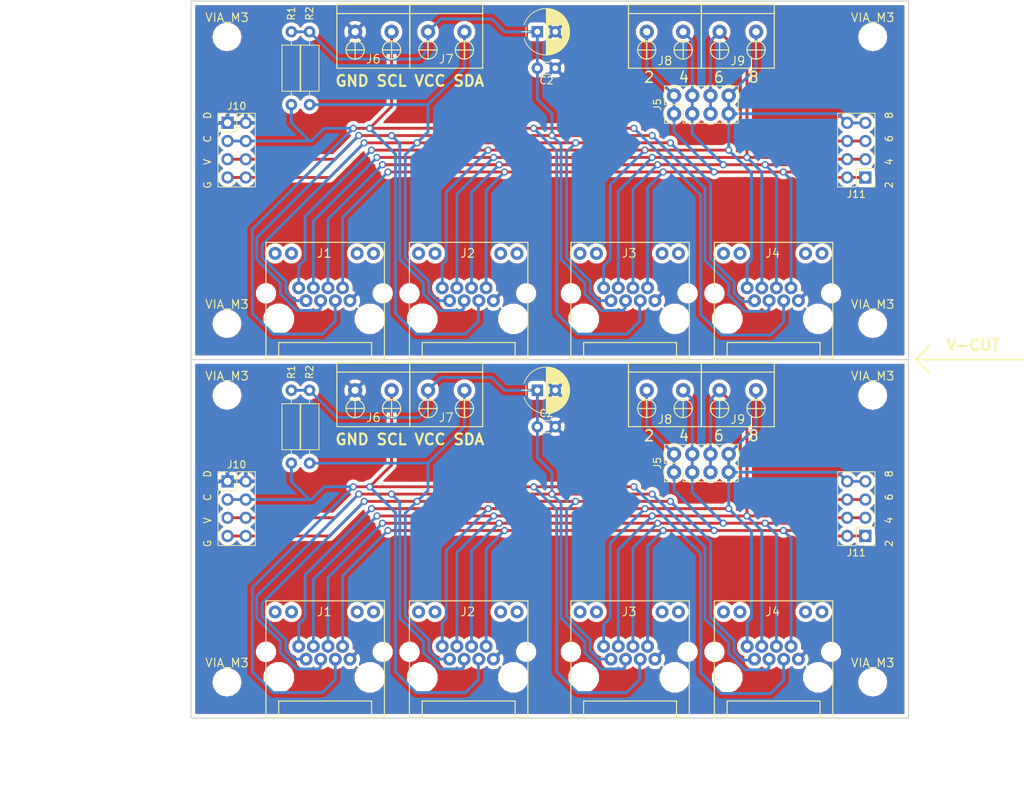
<source format=kicad_pcb>
(kicad_pcb (version 4) (host pcbnew 4.0.6)
  (layers (0 F.Cu signal) (31 B.Cu signal) (34 B.Paste user) (35 F.Paste user) (36 B.SilkS user) (37 F.SilkS user) (38 B.Mask user) (39 F.Mask user) (44 Edge.Cuts user))
  (net 0 "")
  (net 1 /SDA)
  (net 2 "Net-(J1-Pad8)")
  (net 3 /VCC)
  (net 4 "Net-(J1-Pad6)")
  (net 5 /SCL)
  (net 6 "Net-(J1-Pad4)")
  (net 7 /GND)
  (net 8 "Net-(J1-Pad2)")
  (net 9 "Net-(J1-Pad10)")
  (net 10 "Net-(J1-Pad9)")
  (net 11 "Net-(J1-Pad12)")
  (net 12 "Net-(J1-Pad11)")
  (net 13 "Net-(J2-Pad10)")
  (net 14 "Net-(J2-Pad9)")
  (net 15 "Net-(J2-Pad12)")
  (net 16 "Net-(J2-Pad11)")
  (net 17 "Net-(J3-Pad10)")
  (net 18 "Net-(J3-Pad9)")
  (net 19 "Net-(J3-Pad12)")
  (net 20 "Net-(J3-Pad11)")
  (net 21 "Net-(J4-Pad10)")
  (net 22 "Net-(J4-Pad9)")
  (net 23 "Net-(J4-Pad12)")
  (net 24 "Net-(J4-Pad11)")
  (module kicad-lib-RJ45:NewWays8p8c (layer F.Cu) (at 72.42 137.05)
    (fp_text reference J1 (at 3.556 -4.826 180) (layer F.SilkS) (effects (font (size 1.2 1.2))))
    (fp_text value RJ45_LEDS)
    (pad 7 thru_hole circle (at 1.02 1.78) (size 1.8 1.8) (drill 0.9) (layers *.Cu *.Mask) (net 1 /SDA))
    (pad 8 thru_hole circle (at 0 0) (size 1.8 1.8) (drill 0.9) (layers *.Cu *.Mask) (net 2 "Net-(J1-Pad8)"))
    (pad 5 thru_hole circle (at 3.06 1.78) (size 1.8 1.8) (drill 0.9) (layers *.Cu *.Mask) (net 3 /VCC))
    (pad 6 thru_hole circle (at 2.04 0) (size 1.8 1.8) (drill 0.9) (layers *.Cu *.Mask) (net 4 "Net-(J1-Pad6)"))
    (pad 3 thru_hole circle (at 5.1 1.78) (size 1.8 1.8) (drill 0.9) (layers *.Cu *.Mask) (net 5 /SCL))
    (pad 4 thru_hole circle (at 4.08 0) (size 1.8 1.8) (drill 0.9) (layers *.Cu *.Mask) (net 6 "Net-(J1-Pad4)"))
    (pad 1 thru_hole circle (at 7.14 1.78) (size 1.8 1.8) (drill 0.9) (layers *.Cu *.Mask) (net 7 /GND))
    (pad 2 thru_hole circle (at 6.12 0) (size 1.8 1.8) (drill 0.9) (layers *.Cu *.Mask) (net 8 "Net-(J1-Pad2)"))
    (pad 10 thru_hole circle (at -1 -4.81) (size 1.8 1.8) (drill 0.9) (layers *.Cu *.Mask) (net 9 "Net-(J1-Pad10)"))
    (pad 9 thru_hole circle (at -3.29 -4.81) (size 1.8 1.8) (drill 0.9) (layers *.Cu *.Mask) (net 10 "Net-(J1-Pad9)"))
    (pad 12 thru_hole circle (at 10.43 -4.81) (size 1.8 1.8) (drill 0.9) (layers *.Cu *.Mask) (net 11 "Net-(J1-Pad12)"))
    (pad 11 thru_hole circle (at 8.14 -4.81) (size 1.8 1.8) (drill 0.9) (layers *.Cu *.Mask) (net 12 "Net-(J1-Pad11)"))
    (pad "" np_thru_hole circle (at -2.78 4.32) (size 3.25 3.25) (drill 3.25) (layers *.Cu *.Mask))
    (pad "" np_thru_hole circle (at 9.92 4.32) (size 3.25 3.25) (drill 3.25) (layers *.Cu *.Mask))
    (pad "" np_thru_hole circle (at -4.56 0.76) (size 1.8 1.8) (drill 1.8) (layers *.Cu *.Mask))
    (pad "" np_thru_hole circle (at 11.7 0.76) (size 1.8 1.8) (drill 1.8) (layers *.Cu *.Mask))
  )
  (module kicad-lib-RJ45:NewWays8p8c (layer F.Cu) (at 92.42 137.05)
    (fp_text reference J2 (at 3.556 -4.826 180) (layer F.SilkS) (effects (font (size 1.2 1.2))))
    (fp_text value RJ45_LEDS)
    (pad 7 thru_hole circle (at 1.02 1.78) (size 1.8 1.8) (drill 0.9) (layers *.Cu *.Mask) (net 1 /SDA))
    (pad 8 thru_hole circle (at 0 0) (size 1.8 1.8) (drill 0.9) (layers *.Cu *.Mask) (net 2 "Net-(J1-Pad8)"))
    (pad 5 thru_hole circle (at 3.06 1.78) (size 1.8 1.8) (drill 0.9) (layers *.Cu *.Mask) (net 3 /VCC))
    (pad 6 thru_hole circle (at 2.04 0) (size 1.8 1.8) (drill 0.9) (layers *.Cu *.Mask) (net 4 "Net-(J1-Pad6)"))
    (pad 3 thru_hole circle (at 5.1 1.78) (size 1.8 1.8) (drill 0.9) (layers *.Cu *.Mask) (net 5 /SCL))
    (pad 4 thru_hole circle (at 4.08 0) (size 1.8 1.8) (drill 0.9) (layers *.Cu *.Mask) (net 6 "Net-(J1-Pad4)"))
    (pad 1 thru_hole circle (at 7.14 1.78) (size 1.8 1.8) (drill 0.9) (layers *.Cu *.Mask) (net 7 /GND))
    (pad 2 thru_hole circle (at 6.12 0) (size 1.8 1.8) (drill 0.9) (layers *.Cu *.Mask) (net 8 "Net-(J1-Pad2)"))
    (pad 10 thru_hole circle (at -1 -4.81) (size 1.8 1.8) (drill 0.9) (layers *.Cu *.Mask) (net 13 "Net-(J2-Pad10)"))
    (pad 9 thru_hole circle (at -3.29 -4.81) (size 1.8 1.8) (drill 0.9) (layers *.Cu *.Mask) (net 14 "Net-(J2-Pad9)"))
    (pad 12 thru_hole circle (at 10.43 -4.81) (size 1.8 1.8) (drill 0.9) (layers *.Cu *.Mask) (net 15 "Net-(J2-Pad12)"))
    (pad 11 thru_hole circle (at 8.14 -4.81) (size 1.8 1.8) (drill 0.9) (layers *.Cu *.Mask) (net 16 "Net-(J2-Pad11)"))
    (pad "" np_thru_hole circle (at -2.78 4.32) (size 3.25 3.25) (drill 3.25) (layers *.Cu *.Mask))
    (pad "" np_thru_hole circle (at 9.92 4.32) (size 3.25 3.25) (drill 3.25) (layers *.Cu *.Mask))
    (pad "" np_thru_hole circle (at -4.56 0.76) (size 1.8 1.8) (drill 1.8) (layers *.Cu *.Mask))
    (pad "" np_thru_hole circle (at 11.7 0.76) (size 1.8 1.8) (drill 1.8) (layers *.Cu *.Mask))
  )
  (module kicad-lib-RJ45:NewWays8p8c (layer F.Cu) (at 114.92 137.05)
    (fp_text reference J3 (at 3.556 -4.826 180) (layer F.SilkS) (effects (font (size 1.2 1.2))))
    (fp_text value RJ45_LEDS)
    (pad 7 thru_hole circle (at 1.02 1.78) (size 1.8 1.8) (drill 0.9) (layers *.Cu *.Mask) (net 1 /SDA))
    (pad 8 thru_hole circle (at 0 0) (size 1.8 1.8) (drill 0.9) (layers *.Cu *.Mask) (net 2 "Net-(J1-Pad8)"))
    (pad 5 thru_hole circle (at 3.06 1.78) (size 1.8 1.8) (drill 0.9) (layers *.Cu *.Mask) (net 3 /VCC))
    (pad 6 thru_hole circle (at 2.04 0) (size 1.8 1.8) (drill 0.9) (layers *.Cu *.Mask) (net 4 "Net-(J1-Pad6)"))
    (pad 3 thru_hole circle (at 5.1 1.78) (size 1.8 1.8) (drill 0.9) (layers *.Cu *.Mask) (net 5 /SCL))
    (pad 4 thru_hole circle (at 4.08 0) (size 1.8 1.8) (drill 0.9) (layers *.Cu *.Mask) (net 6 "Net-(J1-Pad4)"))
    (pad 1 thru_hole circle (at 7.14 1.78) (size 1.8 1.8) (drill 0.9) (layers *.Cu *.Mask) (net 7 /GND))
    (pad 2 thru_hole circle (at 6.12 0) (size 1.8 1.8) (drill 0.9) (layers *.Cu *.Mask) (net 8 "Net-(J1-Pad2)"))
    (pad 10 thru_hole circle (at -1 -4.81) (size 1.8 1.8) (drill 0.9) (layers *.Cu *.Mask) (net 17 "Net-(J3-Pad10)"))
    (pad 9 thru_hole circle (at -3.29 -4.81) (size 1.8 1.8) (drill 0.9) (layers *.Cu *.Mask) (net 18 "Net-(J3-Pad9)"))
    (pad 12 thru_hole circle (at 10.43 -4.81) (size 1.8 1.8) (drill 0.9) (layers *.Cu *.Mask) (net 19 "Net-(J3-Pad12)"))
    (pad 11 thru_hole circle (at 8.14 -4.81) (size 1.8 1.8) (drill 0.9) (layers *.Cu *.Mask) (net 20 "Net-(J3-Pad11)"))
    (pad "" np_thru_hole circle (at -2.78 4.32) (size 3.25 3.25) (drill 3.25) (layers *.Cu *.Mask))
    (pad "" np_thru_hole circle (at 9.92 4.32) (size 3.25 3.25) (drill 3.25) (layers *.Cu *.Mask))
    (pad "" np_thru_hole circle (at -4.56 0.76) (size 1.8 1.8) (drill 1.8) (layers *.Cu *.Mask))
    (pad "" np_thru_hole circle (at 11.7 0.76) (size 1.8 1.8) (drill 1.8) (layers *.Cu *.Mask))
  )
  (module kicad-lib-RJ45:NewWays8p8c (layer F.Cu) (at 134.92 137.05)
    (fp_text reference J4 (at 3.556 -4.826 180) (layer F.SilkS) (effects (font (size 1.2 1.2))))
    (fp_text value RJ45_LEDS)
    (pad 7 thru_hole circle (at 1.02 1.78) (size 1.8 1.8) (drill 0.9) (layers *.Cu *.Mask) (net 1 /SDA))
    (pad 8 thru_hole circle (at 0 0) (size 1.8 1.8) (drill 0.9) (layers *.Cu *.Mask) (net 2 "Net-(J1-Pad8)"))
    (pad 5 thru_hole circle (at 3.06 1.78) (size 1.8 1.8) (drill 0.9) (layers *.Cu *.Mask) (net 3 /VCC))
    (pad 6 thru_hole circle (at 2.04 0) (size 1.8 1.8) (drill 0.9) (layers *.Cu *.Mask) (net 4 "Net-(J1-Pad6)"))
    (pad 3 thru_hole circle (at 5.1 1.78) (size 1.8 1.8) (drill 0.9) (layers *.Cu *.Mask) (net 5 /SCL))
    (pad 4 thru_hole circle (at 4.08 0) (size 1.8 1.8) (drill 0.9) (layers *.Cu *.Mask) (net 6 "Net-(J1-Pad4)"))
    (pad 1 thru_hole circle (at 7.14 1.78) (size 1.8 1.8) (drill 0.9) (layers *.Cu *.Mask) (net 7 /GND))
    (pad 2 thru_hole circle (at 6.12 0) (size 1.8 1.8) (drill 0.9) (layers *.Cu *.Mask) (net 8 "Net-(J1-Pad2)"))
    (pad 10 thru_hole circle (at -1 -4.81) (size 1.8 1.8) (drill 0.9) (layers *.Cu *.Mask) (net 21 "Net-(J4-Pad10)"))
    (pad 9 thru_hole circle (at -3.29 -4.81) (size 1.8 1.8) (drill 0.9) (layers *.Cu *.Mask) (net 22 "Net-(J4-Pad9)"))
    (pad 12 thru_hole circle (at 10.43 -4.81) (size 1.8 1.8) (drill 0.9) (layers *.Cu *.Mask) (net 23 "Net-(J4-Pad12)"))
    (pad 11 thru_hole circle (at 8.14 -4.81) (size 1.8 1.8) (drill 0.9) (layers *.Cu *.Mask) (net 24 "Net-(J4-Pad11)"))
    (pad "" np_thru_hole circle (at -2.78 4.32) (size 3.25 3.25) (drill 3.25) (layers *.Cu *.Mask))
    (pad "" np_thru_hole circle (at 9.92 4.32) (size 3.25 3.25) (drill 3.25) (layers *.Cu *.Mask))
    (pad "" np_thru_hole circle (at -4.56 0.76) (size 1.8 1.8) (drill 1.8) (layers *.Cu *.Mask))
    (pad "" np_thru_hole circle (at 11.7 0.76) (size 1.8 1.8) (drill 1.8) (layers *.Cu *.Mask))
  )
  (module MY_VIA:VIA_M3 (layer F.Cu) (at 62.42 142.05)
    (fp_text reference R**)
    (fp_text value VIA_M3 (at 0 -2.7) (layer F.SilkS) (effects (font (size 1.2 1.2))))
    (pad "" np_thru_hole oval (at 0 0) (size 3 3) (drill 3) (layers *.Cu *.Mask))
  )
  (module MY_VIA:VIA_M3 (layer F.Cu) (at 152.42 142.05)
    (fp_text reference R**)
    (fp_text value VIA_M3 (at 0 -2.7) (layer F.SilkS) (effects (font (size 1.2 1.2))))
    (pad "" np_thru_hole oval (at 0 0) (size 3 3) (drill 3) (layers *.Cu *.Mask))
  )
  (module MY_VIA:VIA_M3 (layer F.Cu) (at 152.42 102.05)
    (fp_text reference R**)
    (fp_text value VIA_M3 (at 0 -2.7) (layer F.SilkS) (effects (font (size 1.2 1.2))))
    (pad "" np_thru_hole oval (at 0 0) (size 3 3) (drill 3) (layers *.Cu *.Mask))
  )
  (module MY_VIA:VIA_M3 (layer F.Cu) (at 62.42 102.05)
    (fp_text reference R**)
    (fp_text value VIA_M3 (at 0 -2.7) (layer F.SilkS) (effects (font (size 1.2 1.2))))
    (pad "" np_thru_hole oval (at 0 0) (size 3 3) (drill 3) (layers *.Cu *.Mask))
  )
  (module Pin_Headers:Pin_Header_Straight_2x04_Pitch2.54mm (layer F.Cu) (at 124.73 112.76 90)
    (fp_text reference J5 (at 1.27 -2.33 90) (layer F.SilkS))
    (fp_text value ext_even1)
    (pad 1 thru_hole circle (at 0 0 90) (size 2 2) (drill 1) (layers *.Cu *.Mask) (net 8 "Net-(J1-Pad2)"))
    (pad 2 thru_hole circle (at 2.54 0 90) (size 2 2) (drill 1) (layers *.Cu *.Mask) (net 8 "Net-(J1-Pad2)"))
    (pad 3 thru_hole circle (at 0 2.54 90) (size 2 2) (drill 1) (layers *.Cu *.Mask) (net 6 "Net-(J1-Pad4)"))
    (pad 4 thru_hole circle (at 2.54 2.54 90) (size 2 2) (drill 1) (layers *.Cu *.Mask) (net 6 "Net-(J1-Pad4)"))
    (pad 5 thru_hole circle (at 0 5.08 90) (size 2 2) (drill 1) (layers *.Cu *.Mask) (net 4 "Net-(J1-Pad6)"))
    (pad 6 thru_hole circle (at 2.54 5.08 90) (size 2 2) (drill 1) (layers *.Cu *.Mask) (net 4 "Net-(J1-Pad6)"))
    (pad 7 thru_hole circle (at 0 7.62 90) (size 2 2) (drill 1) (layers *.Cu *.Mask) (net 2 "Net-(J1-Pad8)"))
    (pad 8 thru_hole circle (at 2.54 7.62 90) (size 2 2) (drill 1) (layers *.Cu *.Mask) (net 2 "Net-(J1-Pad8)"))
  )
  (module Resistors_THT:R_Axial_DIN0207_L6.3mm_D2.5mm_P10.16mm_Horizontal (layer F.Cu) (at 71.39 101.33 270)
    (fp_text reference R1 (at -2.54 0 270) (layer F.SilkS))
    (fp_text value 10k)
    (pad 1 thru_hole circle (at 0 0 270) (size 1.6 1.6) (drill 0.8) (layers *.Cu *.Mask) (net 3 /VCC))
    (pad 2 thru_hole oval (at 10.16 0 270) (size 1.6 1.6) (drill 0.8) (layers *.Cu *.Mask) (net 5 /SCL))
  )
  (module Resistors_THT:R_Axial_DIN0207_L6.3mm_D2.5mm_P10.16mm_Horizontal (layer F.Cu) (at 73.93 101.33 270)
    (fp_text reference R2 (at -2.54 0 270) (layer F.SilkS))
    (fp_text value 10k)
    (pad 1 thru_hole circle (at 0 0 270) (size 1.6 1.6) (drill 0.8) (layers *.Cu *.Mask) (net 3 /VCC))
    (pad 2 thru_hole oval (at 10.16 0 270) (size 1.6 1.6) (drill 0.8) (layers *.Cu *.Mask) (net 1 /SDA))
  )
  (module MY_VIA:TerminalBlock2 (layer F.Cu) (at 82.82 101.33)
    (fp_text reference J6 (at 0 3.81) (layer F.SilkS) (effects (font (size 1.2 1.2))))
    (fp_text value I2C1)
    (pad 1 thru_hole circle (at -2.54 0) (size 2 2) (drill 1) (layers *.Cu *.Mask) (net 7 /GND))
    (pad 2 thru_hole circle (at 2.54 0) (size 2 2) (drill 1) (layers *.Cu *.Mask) (net 5 /SCL))
  )
  (module MY_VIA:TerminalBlock2 (layer F.Cu) (at 92.98 101.33)
    (fp_text reference J7 (at 0 3.81) (layer F.SilkS) (effects (font (size 1.2 1.2))))
    (fp_text value I2C2)
    (pad 1 thru_hole circle (at -2.54 0) (size 2 2) (drill 1) (layers *.Cu *.Mask) (net 3 /VCC))
    (pad 2 thru_hole circle (at 2.54 0) (size 2 2) (drill 1) (layers *.Cu *.Mask) (net 1 /SDA))
  )
  (module MY_VIA:TerminalBlock2 (layer F.Cu) (at 123.46 101.33)
    (fp_text reference J8 (at 0 4.064) (layer F.SilkS) (effects (font (size 1.2 1.2))))
    (fp_text value even1)
    (pad 1 thru_hole circle (at -2.54 0) (size 2 2) (drill 1) (layers *.Cu *.Mask) (net 8 "Net-(J1-Pad2)"))
    (pad 2 thru_hole circle (at 2.54 0) (size 2 2) (drill 1) (layers *.Cu *.Mask) (net 6 "Net-(J1-Pad4)"))
  )
  (module MY_VIA:TerminalBlock2 (layer F.Cu) (at 133.62 101.33)
    (fp_text reference J9 (at 0 4.064) (layer F.SilkS) (effects (font (size 1.2 1.2))))
    (fp_text value even2)
    (pad 1 thru_hole circle (at -2.54 0) (size 2 2) (drill 1) (layers *.Cu *.Mask) (net 4 "Net-(J1-Pad6)"))
    (pad 2 thru_hole circle (at 2.54 0) (size 2 2) (drill 1) (layers *.Cu *.Mask) (net 2 "Net-(J1-Pad8)"))
  )
  (module Pin_Headers:Pin_Header_Straight_2x04_Pitch2.54mm (layer F.Cu) (at 62.5 114.03)
    (fp_text reference J10 (at 1.27 -2.33) (layer F.SilkS))
    (fp_text value ext_I2C)
    (pad 1 thru_hole rect (at 0 0) (size 1.7 1.7) (drill 1) (layers *.Cu *.Mask) (net 7 /GND))
    (pad 2 thru_hole oval (at 2.54 0) (size 1.7 1.7) (drill 1) (layers *.Cu *.Mask) (net 7 /GND))
    (pad 3 thru_hole oval (at 0 2.54) (size 1.7 1.7) (drill 1) (layers *.Cu *.Mask) (net 5 /SCL))
    (pad 4 thru_hole oval (at 2.54 2.54) (size 1.7 1.7) (drill 1) (layers *.Cu *.Mask) (net 5 /SCL))
    (pad 5 thru_hole oval (at 0 5.08) (size 1.7 1.7) (drill 1) (layers *.Cu *.Mask) (net 3 /VCC))
    (pad 6 thru_hole oval (at 2.54 5.08) (size 1.7 1.7) (drill 1) (layers *.Cu *.Mask) (net 3 /VCC))
    (pad 7 thru_hole oval (at 0 7.62) (size 1.7 1.7) (drill 1) (layers *.Cu *.Mask) (net 1 /SDA))
    (pad 8 thru_hole oval (at 2.54 7.62) (size 1.7 1.7) (drill 1) (layers *.Cu *.Mask) (net 1 /SDA))
  )
  (module Capacitors_THT:CP_Radial_D6.3mm_P2.50mm (layer F.Cu) (at 105.68 101.33)
    (fp_text reference "" (at 1.27 2.54) (layer F.SilkS))
    (fp_text value 100u)
    (pad 1 thru_hole rect (at 0 0) (size 1.6 1.6) (drill 0.8) (layers *.Cu *.Mask) (net 3 /VCC))
    (pad 2 thru_hole circle (at 2.5 0) (size 1.6 1.6) (drill 0.8) (layers *.Cu *.Mask) (net 7 /GND))
  )
  (module Capacitors_THT:C_Disc_D3.0mm_W1.6mm_P2.50mm (layer F.Cu) (at 105.68 106.41)
    (fp_text reference C2 (at 1.25 -1.86) (layer F.SilkS))
    (fp_text value 0.1u)
    (pad 1 thru_hole circle (at 0 0) (size 1.6 1.6) (drill 0.8) (layers *.Cu *.Mask) (net 3 /VCC))
    (pad 2 thru_hole circle (at 2.5 0) (size 1.6 1.6) (drill 0.8) (layers *.Cu *.Mask) (net 7 /GND))
  )
  (module Pin_Headers:Pin_Header_Straight_2x04_Pitch2.54mm (layer F.Cu) (at 151.4 121.65 180)
    (fp_text reference J11 (at 1.27 -2.33 180) (layer F.SilkS))
    (fp_text value ext_even2)
    (pad 1 thru_hole rect (at 0 0 180) (size 1.7 1.7) (drill 1) (layers *.Cu *.Mask) (net 8 "Net-(J1-Pad2)"))
    (pad 2 thru_hole oval (at 2.54 0 180) (size 1.7 1.7) (drill 1) (layers *.Cu *.Mask) (net 8 "Net-(J1-Pad2)"))
    (pad 3 thru_hole oval (at 0 2.54 180) (size 1.7 1.7) (drill 1) (layers *.Cu *.Mask) (net 6 "Net-(J1-Pad4)"))
    (pad 4 thru_hole oval (at 2.54 2.54 180) (size 1.7 1.7) (drill 1) (layers *.Cu *.Mask) (net 6 "Net-(J1-Pad4)"))
    (pad 5 thru_hole oval (at 0 5.08 180) (size 1.7 1.7) (drill 1) (layers *.Cu *.Mask) (net 4 "Net-(J1-Pad6)"))
    (pad 6 thru_hole oval (at 2.54 5.08 180) (size 1.7 1.7) (drill 1) (layers *.Cu *.Mask) (net 4 "Net-(J1-Pad6)"))
    (pad 7 thru_hole oval (at 0 7.62 180) (size 1.7 1.7) (drill 1) (layers *.Cu *.Mask) (net 2 "Net-(J1-Pad8)"))
    (pad 8 thru_hole oval (at 2.54 7.62 180) (size 1.7 1.7) (drill 1) (layers *.Cu *.Mask) (net 2 "Net-(J1-Pad8)"))
  )
  (module kicad-lib-RJ45:NewWays8p8c (layer F.Cu) (at 72.42 87.05)
    (fp_text reference J1 (at 3.556 -4.826 180) (layer F.SilkS) (effects (font (size 1.2 1.2))))
    (fp_text value RJ45_LEDS)
    (pad 7 thru_hole circle (at 1.02 1.78) (size 1.8 1.8) (drill 0.9) (layers *.Cu *.Mask) (net 1 /SDA))
    (pad 8 thru_hole circle (at 0 0) (size 1.8 1.8) (drill 0.9) (layers *.Cu *.Mask) (net 2 "Net-(J1-Pad8)"))
    (pad 5 thru_hole circle (at 3.06 1.78) (size 1.8 1.8) (drill 0.9) (layers *.Cu *.Mask) (net 3 /VCC))
    (pad 6 thru_hole circle (at 2.04 0) (size 1.8 1.8) (drill 0.9) (layers *.Cu *.Mask) (net 4 "Net-(J1-Pad6)"))
    (pad 3 thru_hole circle (at 5.1 1.78) (size 1.8 1.8) (drill 0.9) (layers *.Cu *.Mask) (net 5 /SCL))
    (pad 4 thru_hole circle (at 4.08 0) (size 1.8 1.8) (drill 0.9) (layers *.Cu *.Mask) (net 6 "Net-(J1-Pad4)"))
    (pad 1 thru_hole circle (at 7.14 1.78) (size 1.8 1.8) (drill 0.9) (layers *.Cu *.Mask) (net 7 /GND))
    (pad 2 thru_hole circle (at 6.12 0) (size 1.8 1.8) (drill 0.9) (layers *.Cu *.Mask) (net 8 "Net-(J1-Pad2)"))
    (pad 10 thru_hole circle (at -1 -4.81) (size 1.8 1.8) (drill 0.9) (layers *.Cu *.Mask) (net 9 "Net-(J1-Pad10)"))
    (pad 9 thru_hole circle (at -3.29 -4.81) (size 1.8 1.8) (drill 0.9) (layers *.Cu *.Mask) (net 10 "Net-(J1-Pad9)"))
    (pad 12 thru_hole circle (at 10.43 -4.81) (size 1.8 1.8) (drill 0.9) (layers *.Cu *.Mask) (net 11 "Net-(J1-Pad12)"))
    (pad 11 thru_hole circle (at 8.14 -4.81) (size 1.8 1.8) (drill 0.9) (layers *.Cu *.Mask) (net 12 "Net-(J1-Pad11)"))
    (pad "" np_thru_hole circle (at -2.78 4.32) (size 3.25 3.25) (drill 3.25) (layers *.Cu *.Mask))
    (pad "" np_thru_hole circle (at 9.92 4.32) (size 3.25 3.25) (drill 3.25) (layers *.Cu *.Mask))
    (pad "" np_thru_hole circle (at -4.56 0.76) (size 1.8 1.8) (drill 1.8) (layers *.Cu *.Mask))
    (pad "" np_thru_hole circle (at 11.7 0.76) (size 1.8 1.8) (drill 1.8) (layers *.Cu *.Mask))
  )
  (module kicad-lib-RJ45:NewWays8p8c (layer F.Cu) (at 92.42 87.05)
    (fp_text reference J2 (at 3.556 -4.826 180) (layer F.SilkS) (effects (font (size 1.2 1.2))))
    (fp_text value RJ45_LEDS)
    (pad 7 thru_hole circle (at 1.02 1.78) (size 1.8 1.8) (drill 0.9) (layers *.Cu *.Mask) (net 1 /SDA))
    (pad 8 thru_hole circle (at 0 0) (size 1.8 1.8) (drill 0.9) (layers *.Cu *.Mask) (net 2 "Net-(J1-Pad8)"))
    (pad 5 thru_hole circle (at 3.06 1.78) (size 1.8 1.8) (drill 0.9) (layers *.Cu *.Mask) (net 3 /VCC))
    (pad 6 thru_hole circle (at 2.04 0) (size 1.8 1.8) (drill 0.9) (layers *.Cu *.Mask) (net 4 "Net-(J1-Pad6)"))
    (pad 3 thru_hole circle (at 5.1 1.78) (size 1.8 1.8) (drill 0.9) (layers *.Cu *.Mask) (net 5 /SCL))
    (pad 4 thru_hole circle (at 4.08 0) (size 1.8 1.8) (drill 0.9) (layers *.Cu *.Mask) (net 6 "Net-(J1-Pad4)"))
    (pad 1 thru_hole circle (at 7.14 1.78) (size 1.8 1.8) (drill 0.9) (layers *.Cu *.Mask) (net 7 /GND))
    (pad 2 thru_hole circle (at 6.12 0) (size 1.8 1.8) (drill 0.9) (layers *.Cu *.Mask) (net 8 "Net-(J1-Pad2)"))
    (pad 10 thru_hole circle (at -1 -4.81) (size 1.8 1.8) (drill 0.9) (layers *.Cu *.Mask) (net 13 "Net-(J2-Pad10)"))
    (pad 9 thru_hole circle (at -3.29 -4.81) (size 1.8 1.8) (drill 0.9) (layers *.Cu *.Mask) (net 14 "Net-(J2-Pad9)"))
    (pad 12 thru_hole circle (at 10.43 -4.81) (size 1.8 1.8) (drill 0.9) (layers *.Cu *.Mask) (net 15 "Net-(J2-Pad12)"))
    (pad 11 thru_hole circle (at 8.14 -4.81) (size 1.8 1.8) (drill 0.9) (layers *.Cu *.Mask) (net 16 "Net-(J2-Pad11)"))
    (pad "" np_thru_hole circle (at -2.78 4.32) (size 3.25 3.25) (drill 3.25) (layers *.Cu *.Mask))
    (pad "" np_thru_hole circle (at 9.92 4.32) (size 3.25 3.25) (drill 3.25) (layers *.Cu *.Mask))
    (pad "" np_thru_hole circle (at -4.56 0.76) (size 1.8 1.8) (drill 1.8) (layers *.Cu *.Mask))
    (pad "" np_thru_hole circle (at 11.7 0.76) (size 1.8 1.8) (drill 1.8) (layers *.Cu *.Mask))
  )
  (module kicad-lib-RJ45:NewWays8p8c (layer F.Cu) (at 114.92 87.05)
    (fp_text reference J3 (at 3.556 -4.826 180) (layer F.SilkS) (effects (font (size 1.2 1.2))))
    (fp_text value RJ45_LEDS)
    (pad 7 thru_hole circle (at 1.02 1.78) (size 1.8 1.8) (drill 0.9) (layers *.Cu *.Mask) (net 1 /SDA))
    (pad 8 thru_hole circle (at 0 0) (size 1.8 1.8) (drill 0.9) (layers *.Cu *.Mask) (net 2 "Net-(J1-Pad8)"))
    (pad 5 thru_hole circle (at 3.06 1.78) (size 1.8 1.8) (drill 0.9) (layers *.Cu *.Mask) (net 3 /VCC))
    (pad 6 thru_hole circle (at 2.04 0) (size 1.8 1.8) (drill 0.9) (layers *.Cu *.Mask) (net 4 "Net-(J1-Pad6)"))
    (pad 3 thru_hole circle (at 5.1 1.78) (size 1.8 1.8) (drill 0.9) (layers *.Cu *.Mask) (net 5 /SCL))
    (pad 4 thru_hole circle (at 4.08 0) (size 1.8 1.8) (drill 0.9) (layers *.Cu *.Mask) (net 6 "Net-(J1-Pad4)"))
    (pad 1 thru_hole circle (at 7.14 1.78) (size 1.8 1.8) (drill 0.9) (layers *.Cu *.Mask) (net 7 /GND))
    (pad 2 thru_hole circle (at 6.12 0) (size 1.8 1.8) (drill 0.9) (layers *.Cu *.Mask) (net 8 "Net-(J1-Pad2)"))
    (pad 10 thru_hole circle (at -1 -4.81) (size 1.8 1.8) (drill 0.9) (layers *.Cu *.Mask) (net 17 "Net-(J3-Pad10)"))
    (pad 9 thru_hole circle (at -3.29 -4.81) (size 1.8 1.8) (drill 0.9) (layers *.Cu *.Mask) (net 18 "Net-(J3-Pad9)"))
    (pad 12 thru_hole circle (at 10.43 -4.81) (size 1.8 1.8) (drill 0.9) (layers *.Cu *.Mask) (net 19 "Net-(J3-Pad12)"))
    (pad 11 thru_hole circle (at 8.14 -4.81) (size 1.8 1.8) (drill 0.9) (layers *.Cu *.Mask) (net 20 "Net-(J3-Pad11)"))
    (pad "" np_thru_hole circle (at -2.78 4.32) (size 3.25 3.25) (drill 3.25) (layers *.Cu *.Mask))
    (pad "" np_thru_hole circle (at 9.92 4.32) (size 3.25 3.25) (drill 3.25) (layers *.Cu *.Mask))
    (pad "" np_thru_hole circle (at -4.56 0.76) (size 1.8 1.8) (drill 1.8) (layers *.Cu *.Mask))
    (pad "" np_thru_hole circle (at 11.7 0.76) (size 1.8 1.8) (drill 1.8) (layers *.Cu *.Mask))
  )
  (module kicad-lib-RJ45:NewWays8p8c (layer F.Cu) (at 134.92 87.05)
    (fp_text reference J4 (at 3.556 -4.826 180) (layer F.SilkS) (effects (font (size 1.2 1.2))))
    (fp_text value RJ45_LEDS)
    (pad 7 thru_hole circle (at 1.02 1.78) (size 1.8 1.8) (drill 0.9) (layers *.Cu *.Mask) (net 1 /SDA))
    (pad 8 thru_hole circle (at 0 0) (size 1.8 1.8) (drill 0.9) (layers *.Cu *.Mask) (net 2 "Net-(J1-Pad8)"))
    (pad 5 thru_hole circle (at 3.06 1.78) (size 1.8 1.8) (drill 0.9) (layers *.Cu *.Mask) (net 3 /VCC))
    (pad 6 thru_hole circle (at 2.04 0) (size 1.8 1.8) (drill 0.9) (layers *.Cu *.Mask) (net 4 "Net-(J1-Pad6)"))
    (pad 3 thru_hole circle (at 5.1 1.78) (size 1.8 1.8) (drill 0.9) (layers *.Cu *.Mask) (net 5 /SCL))
    (pad 4 thru_hole circle (at 4.08 0) (size 1.8 1.8) (drill 0.9) (layers *.Cu *.Mask) (net 6 "Net-(J1-Pad4)"))
    (pad 1 thru_hole circle (at 7.14 1.78) (size 1.8 1.8) (drill 0.9) (layers *.Cu *.Mask) (net 7 /GND))
    (pad 2 thru_hole circle (at 6.12 0) (size 1.8 1.8) (drill 0.9) (layers *.Cu *.Mask) (net 8 "Net-(J1-Pad2)"))
    (pad 10 thru_hole circle (at -1 -4.81) (size 1.8 1.8) (drill 0.9) (layers *.Cu *.Mask) (net 21 "Net-(J4-Pad10)"))
    (pad 9 thru_hole circle (at -3.29 -4.81) (size 1.8 1.8) (drill 0.9) (layers *.Cu *.Mask) (net 22 "Net-(J4-Pad9)"))
    (pad 12 thru_hole circle (at 10.43 -4.81) (size 1.8 1.8) (drill 0.9) (layers *.Cu *.Mask) (net 23 "Net-(J4-Pad12)"))
    (pad 11 thru_hole circle (at 8.14 -4.81) (size 1.8 1.8) (drill 0.9) (layers *.Cu *.Mask) (net 24 "Net-(J4-Pad11)"))
    (pad "" np_thru_hole circle (at -2.78 4.32) (size 3.25 3.25) (drill 3.25) (layers *.Cu *.Mask))
    (pad "" np_thru_hole circle (at 9.92 4.32) (size 3.25 3.25) (drill 3.25) (layers *.Cu *.Mask))
    (pad "" np_thru_hole circle (at -4.56 0.76) (size 1.8 1.8) (drill 1.8) (layers *.Cu *.Mask))
    (pad "" np_thru_hole circle (at 11.7 0.76) (size 1.8 1.8) (drill 1.8) (layers *.Cu *.Mask))
  )
  (module MY_VIA:VIA_M3 (layer F.Cu) (at 62.42 92.05)
    (fp_text reference R**)
    (fp_text value VIA_M3 (at 0 -2.7) (layer F.SilkS) (effects (font (size 1.2 1.2))))
    (pad "" np_thru_hole oval (at 0 0) (size 3 3) (drill 3) (layers *.Cu *.Mask))
  )
  (module MY_VIA:VIA_M3 (layer F.Cu) (at 152.42 92.05)
    (fp_text reference R**)
    (fp_text value VIA_M3 (at 0 -2.7) (layer F.SilkS) (effects (font (size 1.2 1.2))))
    (pad "" np_thru_hole oval (at 0 0) (size 3 3) (drill 3) (layers *.Cu *.Mask))
  )
  (module MY_VIA:VIA_M3 (layer F.Cu) (at 152.42 52.05)
    (fp_text reference R**)
    (fp_text value VIA_M3 (at 0 -2.7) (layer F.SilkS) (effects (font (size 1.2 1.2))))
    (pad "" np_thru_hole oval (at 0 0) (size 3 3) (drill 3) (layers *.Cu *.Mask))
  )
  (module MY_VIA:VIA_M3 (layer F.Cu) (at 62.42 52.05)
    (fp_text reference R**)
    (fp_text value VIA_M3 (at 0 -2.7) (layer F.SilkS) (effects (font (size 1.2 1.2))))
    (pad "" np_thru_hole oval (at 0 0) (size 3 3) (drill 3) (layers *.Cu *.Mask))
  )
  (module Pin_Headers:Pin_Header_Straight_2x04_Pitch2.54mm (layer F.Cu) (at 124.73 62.76 90)
    (fp_text reference J5 (at 1.27 -2.33 90) (layer F.SilkS))
    (fp_text value ext_even1)
    (pad 1 thru_hole circle (at 0 0 90) (size 2 2) (drill 1) (layers *.Cu *.Mask) (net 8 "Net-(J1-Pad2)"))
    (pad 2 thru_hole circle (at 2.54 0 90) (size 2 2) (drill 1) (layers *.Cu *.Mask) (net 8 "Net-(J1-Pad2)"))
    (pad 3 thru_hole circle (at 0 2.54 90) (size 2 2) (drill 1) (layers *.Cu *.Mask) (net 6 "Net-(J1-Pad4)"))
    (pad 4 thru_hole circle (at 2.54 2.54 90) (size 2 2) (drill 1) (layers *.Cu *.Mask) (net 6 "Net-(J1-Pad4)"))
    (pad 5 thru_hole circle (at 0 5.08 90) (size 2 2) (drill 1) (layers *.Cu *.Mask) (net 4 "Net-(J1-Pad6)"))
    (pad 6 thru_hole circle (at 2.54 5.08 90) (size 2 2) (drill 1) (layers *.Cu *.Mask) (net 4 "Net-(J1-Pad6)"))
    (pad 7 thru_hole circle (at 0 7.62 90) (size 2 2) (drill 1) (layers *.Cu *.Mask) (net 2 "Net-(J1-Pad8)"))
    (pad 8 thru_hole circle (at 2.54 7.62 90) (size 2 2) (drill 1) (layers *.Cu *.Mask) (net 2 "Net-(J1-Pad8)"))
  )
  (module Resistors_THT:R_Axial_DIN0207_L6.3mm_D2.5mm_P10.16mm_Horizontal (layer F.Cu) (at 71.39 51.33 270)
    (fp_text reference R1 (at -2.54 0 270) (layer F.SilkS))
    (fp_text value 10k)
    (pad 1 thru_hole circle (at 0 0 270) (size 1.6 1.6) (drill 0.8) (layers *.Cu *.Mask) (net 3 /VCC))
    (pad 2 thru_hole oval (at 10.16 0 270) (size 1.6 1.6) (drill 0.8) (layers *.Cu *.Mask) (net 5 /SCL))
  )
  (module Resistors_THT:R_Axial_DIN0207_L6.3mm_D2.5mm_P10.16mm_Horizontal (layer F.Cu) (at 73.93 51.33 270)
    (fp_text reference R2 (at -2.54 0 270) (layer F.SilkS))
    (fp_text value 10k)
    (pad 1 thru_hole circle (at 0 0 270) (size 1.6 1.6) (drill 0.8) (layers *.Cu *.Mask) (net 3 /VCC))
    (pad 2 thru_hole oval (at 10.16 0 270) (size 1.6 1.6) (drill 0.8) (layers *.Cu *.Mask) (net 1 /SDA))
  )
  (module MY_VIA:TerminalBlock2 (layer F.Cu) (at 82.82 51.33)
    (fp_text reference J6 (at 0 3.81) (layer F.SilkS) (effects (font (size 1.2 1.2))))
    (fp_text value I2C1)
    (pad 1 thru_hole circle (at -2.54 0) (size 2 2) (drill 1) (layers *.Cu *.Mask) (net 7 /GND))
    (pad 2 thru_hole circle (at 2.54 0) (size 2 2) (drill 1) (layers *.Cu *.Mask) (net 5 /SCL))
  )
  (module MY_VIA:TerminalBlock2 (layer F.Cu) (at 92.98 51.33)
    (fp_text reference J7 (at 0 3.81) (layer F.SilkS) (effects (font (size 1.2 1.2))))
    (fp_text value I2C2)
    (pad 1 thru_hole circle (at -2.54 0) (size 2 2) (drill 1) (layers *.Cu *.Mask) (net 3 /VCC))
    (pad 2 thru_hole circle (at 2.54 0) (size 2 2) (drill 1) (layers *.Cu *.Mask) (net 1 /SDA))
  )
  (module MY_VIA:TerminalBlock2 (layer F.Cu) (at 123.46 51.33)
    (fp_text reference J8 (at 0 4.064) (layer F.SilkS) (effects (font (size 1.2 1.2))))
    (fp_text value even1)
    (pad 1 thru_hole circle (at -2.54 0) (size 2 2) (drill 1) (layers *.Cu *.Mask) (net 8 "Net-(J1-Pad2)"))
    (pad 2 thru_hole circle (at 2.54 0) (size 2 2) (drill 1) (layers *.Cu *.Mask) (net 6 "Net-(J1-Pad4)"))
  )
  (module MY_VIA:TerminalBlock2 (layer F.Cu) (at 133.62 51.33)
    (fp_text reference J9 (at 0 4.064) (layer F.SilkS) (effects (font (size 1.2 1.2))))
    (fp_text value even2)
    (pad 1 thru_hole circle (at -2.54 0) (size 2 2) (drill 1) (layers *.Cu *.Mask) (net 4 "Net-(J1-Pad6)"))
    (pad 2 thru_hole circle (at 2.54 0) (size 2 2) (drill 1) (layers *.Cu *.Mask) (net 2 "Net-(J1-Pad8)"))
  )
  (module Pin_Headers:Pin_Header_Straight_2x04_Pitch2.54mm (layer F.Cu) (at 62.5 64.03)
    (fp_text reference J10 (at 1.27 -2.33) (layer F.SilkS))
    (fp_text value ext_I2C)
    (pad 1 thru_hole rect (at 0 0) (size 1.7 1.7) (drill 1) (layers *.Cu *.Mask) (net 7 /GND))
    (pad 2 thru_hole oval (at 2.54 0) (size 1.7 1.7) (drill 1) (layers *.Cu *.Mask) (net 7 /GND))
    (pad 3 thru_hole oval (at 0 2.54) (size 1.7 1.7) (drill 1) (layers *.Cu *.Mask) (net 5 /SCL))
    (pad 4 thru_hole oval (at 2.54 2.54) (size 1.7 1.7) (drill 1) (layers *.Cu *.Mask) (net 5 /SCL))
    (pad 5 thru_hole oval (at 0 5.08) (size 1.7 1.7) (drill 1) (layers *.Cu *.Mask) (net 3 /VCC))
    (pad 6 thru_hole oval (at 2.54 5.08) (size 1.7 1.7) (drill 1) (layers *.Cu *.Mask) (net 3 /VCC))
    (pad 7 thru_hole oval (at 0 7.62) (size 1.7 1.7) (drill 1) (layers *.Cu *.Mask) (net 1 /SDA))
    (pad 8 thru_hole oval (at 2.54 7.62) (size 1.7 1.7) (drill 1) (layers *.Cu *.Mask) (net 1 /SDA))
  )
  (module Capacitors_THT:CP_Radial_D6.3mm_P2.50mm (layer F.Cu) (at 105.68 51.33)
    (fp_text reference "" (at 1.27 1.74) (layer F.SilkS))
    (fp_text value 100u)
    (pad 1 thru_hole rect (at 0 0) (size 1.6 1.6) (drill 0.8) (layers *.Cu *.Mask) (net 3 /VCC))
    (pad 2 thru_hole circle (at 2.5 0) (size 1.6 1.6) (drill 0.8) (layers *.Cu *.Mask) (net 7 /GND))
  )
  (module Capacitors_THT:C_Disc_D3.0mm_W1.6mm_P2.50mm (layer F.Cu) (at 105.68 56.41)
    (fp_text reference C2 (at 1.27 1.74) (layer F.SilkS))
    (fp_text value 0.1u)
    (pad 1 thru_hole circle (at 0 0) (size 1.6 1.6) (drill 0.8) (layers *.Cu *.Mask) (net 3 /VCC))
    (pad 2 thru_hole circle (at 2.5 0) (size 1.6 1.6) (drill 0.8) (layers *.Cu *.Mask) (net 7 /GND))
  )
  (module Pin_Headers:Pin_Header_Straight_2x04_Pitch2.54mm (layer F.Cu) (at 151.4 71.65 180)
    (fp_text reference J11 (at 1.27 -2.33 180) (layer F.SilkS))
    (fp_text value ext_even2)
    (pad 1 thru_hole rect (at 0 0 180) (size 1.7 1.7) (drill 1) (layers *.Cu *.Mask) (net 8 "Net-(J1-Pad2)"))
    (pad 2 thru_hole oval (at 2.54 0 180) (size 1.7 1.7) (drill 1) (layers *.Cu *.Mask) (net 8 "Net-(J1-Pad2)"))
    (pad 3 thru_hole oval (at 0 2.54 180) (size 1.7 1.7) (drill 1) (layers *.Cu *.Mask) (net 6 "Net-(J1-Pad4)"))
    (pad 4 thru_hole oval (at 2.54 2.54 180) (size 1.7 1.7) (drill 1) (layers *.Cu *.Mask) (net 6 "Net-(J1-Pad4)"))
    (pad 5 thru_hole oval (at 0 5.08 180) (size 1.7 1.7) (drill 1) (layers *.Cu *.Mask) (net 4 "Net-(J1-Pad6)"))
    (pad 6 thru_hole oval (at 2.54 5.08 180) (size 1.7 1.7) (drill 1) (layers *.Cu *.Mask) (net 4 "Net-(J1-Pad6)"))
    (pad 7 thru_hole oval (at 0 7.62 180) (size 1.7 1.7) (drill 1) (layers *.Cu *.Mask) (net 2 "Net-(J1-Pad8)"))
    (pad 8 thru_hole oval (at 2.54 7.62 180) (size 1.7 1.7) (drill 1) (layers *.Cu *.Mask) (net 2 "Net-(J1-Pad8)"))
  )
  (gr_text V-CUT (at 166.42 95.05) (layer F.SilkS) (effects (font (size 1.5 1.5) (thickness 0.3))))
  (gr_line (start 158.42 97.05) (end 173.42 97.05) (angle 90) (layer F.SilkS) (width 0.2))
  (gr_line (start 160.42 99.05) (end 158.42 97.05) (angle 90) (layer F.SilkS) (width 0.2))
  (gr_line (start 158.42 97.05) (end 160.42 99.05) (angle 90) (layer F.SilkS) (width 0.2))
  (gr_line (start 160.42 95.05) (end 158.42 97.05) (angle 90) (layer F.SilkS) (width 0.2))
  (gr_line (start 158.42 97.05) (end 160.42 95.05) (angle 90) (layer F.SilkS) (width 0.2))
  (gr_line (start 57.42 97.05) (end 157.42 97.05) (angle 90) (layer Edge.Cuts) (width 0.15))
  (gr_line (start 57.42 47.05) (end 57.42 147.05) (angle 90) (layer Edge.Cuts) (width 0.15))
  (gr_line (start 157.42 47.05) (end 57.42 47.05) (angle 90) (layer Edge.Cuts) (width 0.15))
  (gr_line (start 157.42 147.05) (end 157.42 47.05) (angle 90) (layer Edge.Cuts) (width 0.15))
  (gr_line (start 57.42 147.05) (end 157.42 147.05) (angle 90) (layer Edge.Cuts) (width 0.15))
  (gr_text "2   4   6   8" (at 154.702 117.84 90) (layer F.SilkS) (effects (font (size 1 1))))
  (gr_text "G   V   C   D" (at 59.706 117.84 90) (layer F.SilkS) (effects (font (size 1 1))))
  (gr_text "2   4   6   8" (at 128.54 107.68) (layer F.SilkS) (effects (font (size 1.5 1.5) (thickness 0.2))))
  (gr_text "GND SCL VCC SDA" (at 87.9 108.188) (layer F.SilkS) (effects (font (size 1.5 1.5) (thickness 0.3))))
  (gr_text "2   4   6   8" (at 154.702 67.84 90) (layer F.SilkS) (effects (font (size 1 1))))
  (gr_text "G   V   C   D" (at 59.706 67.84 90) (layer F.SilkS) (effects (font (size 1 1))))
  (gr_text "2   4   6   8" (at 128.54 57.68) (layer F.SilkS) (effects (font (size 1.5 1.5) (thickness 0.2))))
  (gr_text "GND SCL VCC SDA" (at 87.9 58.188) (layer F.SilkS) (effects (font (size 1.5 1.5) (thickness 0.3))))
  (segment (start 90.44 111.49) (end 90.44 115.3) (width 0.4) (layer B.Cu) (net 1))
  (segment (start 90.44 115.3) (end 88.916 116.824) (width 0.4) (layer B.Cu) (net 1))
  (segment (start 73.93 111.49) (end 90.44 111.49) (width 0.4) (layer B.Cu) (net 1))
  (segment (start 95.52 106.41) (end 95.52 101.33) (width 0.4) (layer B.Cu) (net 1))
  (segment (start 90.44 111.49) (end 95.52 106.41) (width 0.4) (layer B.Cu) (net 1))
  (segment (start 62.5 121.65) (end 65.04 121.65) (width 0.4) (layer F.Cu) (net 1))
  (segment (start 65.04 121.65) (end 76.724 121.65) (width 0.4) (layer F.Cu) (net 1))
  (segment (start 76.724 121.65) (end 81.55 116.824) (width 0.4) (layer F.Cu) (net 1))
  (segment (start 67.326 131.048) (end 81.55 116.824) (width 0.4) (layer B.Cu) (net 1))
  (via (at 81.55 116.824) (size 1) (drill 0.6) (layers F.Cu B.Cu) (net 1))
  (segment (start 73.44 138.83) (end 71.806 138.83) (width 0.4) (layer B.Cu) (net 1))
  (segment (start 67.326 132.826) (end 67.326 131.048) (width 0.4) (layer B.Cu) (net 1))
  (segment (start 70.628 136.128) (end 67.326 132.826) (width 0.4) (layer B.Cu) (net 1))
  (segment (start 70.628 137.652) (end 70.628 136.128) (width 0.4) (layer B.Cu) (net 1))
  (segment (start 71.806 138.83) (end 70.628 137.652) (width 0.4) (layer B.Cu) (net 1))
  (segment (start 81.55 116.824) (end 88.916 116.824) (width 0.4) (layer F.Cu) (net 1))
  (segment (start 129.81 131.175) (end 129.81 122.412) (width 0.4) (layer B.Cu) (net 1))
  (segment (start 135.924 138.957) (end 134.29 138.957) (width 0.4) (layer B.Cu) (net 1))
  (segment (start 129.81 132.953) (end 129.81 131.175) (width 0.4) (layer B.Cu) (net 1))
  (segment (start 133.112 136.255) (end 129.81 132.953) (width 0.4) (layer B.Cu) (net 1))
  (segment (start 133.112 137.779) (end 133.112 136.255) (width 0.4) (layer B.Cu) (net 1))
  (segment (start 134.29 138.957) (end 133.112 137.779) (width 0.4) (layer B.Cu) (net 1))
  (via (at 124.222 116.824) (size 1) (drill 0.6) (layers F.Cu B.Cu) (net 1))
  (segment (start 129.81 122.412) (end 124.222 116.824) (width 0.4) (layer B.Cu) (net 1))
  (segment (start 109.744 131.048) (end 109.744 118.094) (width 0.4) (layer B.Cu) (net 1))
  (segment (start 114.224 138.83) (end 113.046 137.652) (width 0.4) (layer B.Cu) (net 1))
  (segment (start 113.046 137.652) (end 113.046 136.128) (width 0.4) (layer B.Cu) (net 1))
  (segment (start 113.046 136.128) (end 109.744 132.826) (width 0.4) (layer B.Cu) (net 1))
  (segment (start 109.744 132.826) (end 109.744 131.048) (width 0.4) (layer B.Cu) (net 1))
  (segment (start 115.858 138.83) (end 114.224 138.83) (width 0.4) (layer B.Cu) (net 1))
  (via (at 111.014 116.824) (size 1) (drill 0.6) (layers F.Cu B.Cu) (net 1))
  (segment (start 109.744 118.094) (end 111.014 116.824) (width 0.4) (layer B.Cu) (net 1))
  (segment (start 124.222 116.824) (end 111.014 116.824) (width 0.4) (layer F.Cu) (net 1))
  (segment (start 111.014 116.824) (end 95.52 116.824) (width 0.4) (layer F.Cu) (net 1))
  (segment (start 95.52 116.824) (end 88.916 116.824) (width 0.4) (layer F.Cu) (net 1))
  (segment (start 87.265 131.048) (end 87.265 118.475) (width 0.4) (layer B.Cu) (net 1))
  (segment (start 87.265 118.475) (end 88.916 116.824) (width 0.4) (layer B.Cu) (net 1))
  (via (at 88.916 116.824) (size 1) (drill 0.6) (layers F.Cu B.Cu) (net 1))
  (segment (start 91.745 138.83) (end 90.567 137.652) (width 0.4) (layer B.Cu) (net 1))
  (segment (start 90.567 137.652) (end 90.567 136.128) (width 0.4) (layer B.Cu) (net 1))
  (segment (start 90.567 136.128) (end 87.265 132.826) (width 0.4) (layer B.Cu) (net 1))
  (segment (start 87.265 132.826) (end 87.265 131.048) (width 0.4) (layer B.Cu) (net 1))
  (segment (start 87.265 131.048) (end 87.265 131.048) (width 0.4) (layer B.Cu) (net 1))
  (segment (start 93.379 138.83) (end 91.745 138.83) (width 0.4) (layer B.Cu) (net 1))
  (segment (start 90.44 61.49) (end 90.44 65.3) (width 0.4) (layer B.Cu) (net 1))
  (segment (start 90.44 65.3) (end 88.916 66.824) (width 0.4) (layer B.Cu) (net 1))
  (segment (start 73.93 61.49) (end 90.44 61.49) (width 0.4) (layer B.Cu) (net 1))
  (segment (start 95.52 56.41) (end 95.52 51.33) (width 0.4) (layer B.Cu) (net 1))
  (segment (start 90.44 61.49) (end 95.52 56.41) (width 0.4) (layer B.Cu) (net 1))
  (segment (start 62.5 71.65) (end 65.04 71.65) (width 0.4) (layer F.Cu) (net 1))
  (segment (start 65.04 71.65) (end 76.724 71.65) (width 0.4) (layer F.Cu) (net 1))
  (segment (start 76.724 71.65) (end 81.55 66.824) (width 0.4) (layer F.Cu) (net 1))
  (segment (start 67.326 81.048) (end 81.55 66.824) (width 0.4) (layer B.Cu) (net 1))
  (via (at 81.55 66.824) (size 1) (drill 0.6) (layers F.Cu B.Cu) (net 1))
  (segment (start 73.44 88.83) (end 71.806 88.83) (width 0.4) (layer B.Cu) (net 1))
  (segment (start 67.326 82.826) (end 67.326 81.048) (width 0.4) (layer B.Cu) (net 1))
  (segment (start 70.628 86.128) (end 67.326 82.826) (width 0.4) (layer B.Cu) (net 1))
  (segment (start 70.628 87.652) (end 70.628 86.128) (width 0.4) (layer B.Cu) (net 1))
  (segment (start 71.806 88.83) (end 70.628 87.652) (width 0.4) (layer B.Cu) (net 1))
  (segment (start 81.55 66.824) (end 88.916 66.824) (width 0.4) (layer F.Cu) (net 1))
  (segment (start 129.81 81.175) (end 129.81 72.412) (width 0.4) (layer B.Cu) (net 1))
  (segment (start 135.924 88.957) (end 134.29 88.957) (width 0.4) (layer B.Cu) (net 1))
  (segment (start 129.81 82.953) (end 129.81 81.175) (width 0.4) (layer B.Cu) (net 1))
  (segment (start 133.112 86.255) (end 129.81 82.953) (width 0.4) (layer B.Cu) (net 1))
  (segment (start 133.112 87.779) (end 133.112 86.255) (width 0.4) (layer B.Cu) (net 1))
  (segment (start 134.29 88.957) (end 133.112 87.779) (width 0.4) (layer B.Cu) (net 1))
  (via (at 124.222 66.824) (size 1) (drill 0.6) (layers F.Cu B.Cu) (net 1))
  (segment (start 129.81 72.412) (end 124.222 66.824) (width 0.4) (layer B.Cu) (net 1))
  (segment (start 109.744 81.048) (end 109.744 68.094) (width 0.4) (layer B.Cu) (net 1))
  (segment (start 114.224 88.83) (end 113.046 87.652) (width 0.4) (layer B.Cu) (net 1))
  (segment (start 113.046 87.652) (end 113.046 86.128) (width 0.4) (layer B.Cu) (net 1))
  (segment (start 113.046 86.128) (end 109.744 82.826) (width 0.4) (layer B.Cu) (net 1))
  (segment (start 109.744 82.826) (end 109.744 81.048) (width 0.4) (layer B.Cu) (net 1))
  (segment (start 115.858 88.83) (end 114.224 88.83) (width 0.4) (layer B.Cu) (net 1))
  (via (at 111.014 66.824) (size 1) (drill 0.6) (layers F.Cu B.Cu) (net 1))
  (segment (start 109.744 68.094) (end 111.014 66.824) (width 0.4) (layer B.Cu) (net 1))
  (segment (start 124.222 66.824) (end 111.014 66.824) (width 0.4) (layer F.Cu) (net 1))
  (segment (start 111.014 66.824) (end 95.52 66.824) (width 0.4) (layer F.Cu) (net 1))
  (segment (start 95.52 66.824) (end 88.916 66.824) (width 0.4) (layer F.Cu) (net 1))
  (segment (start 87.265 81.048) (end 87.265 68.475) (width 0.4) (layer B.Cu) (net 1))
  (segment (start 87.265 68.475) (end 88.916 66.824) (width 0.4) (layer B.Cu) (net 1))
  (via (at 88.916 66.824) (size 1) (drill 0.6) (layers F.Cu B.Cu) (net 1))
  (segment (start 91.745 88.83) (end 90.567 87.652) (width 0.4) (layer B.Cu) (net 1))
  (segment (start 90.567 87.652) (end 90.567 86.128) (width 0.4) (layer B.Cu) (net 1))
  (segment (start 90.567 86.128) (end 87.265 82.826) (width 0.4) (layer B.Cu) (net 1))
  (segment (start 87.265 82.826) (end 87.265 81.048) (width 0.4) (layer B.Cu) (net 1))
  (segment (start 87.265 81.048) (end 87.265 81.048) (width 0.4) (layer B.Cu) (net 1))
  (segment (start 93.379 88.83) (end 91.745 88.83) (width 0.4) (layer B.Cu) (net 1))
  (segment (start 148.86 114.03) (end 151.4 114.03) (width 0.4) (layer B.Cu) (net 2))
  (segment (start 132.35 112.76) (end 147.59 112.76) (width 0.4) (layer B.Cu) (net 2))
  (segment (start 147.59 112.76) (end 148.86 114.03) (width 0.4) (layer B.Cu) (net 2))
  (segment (start 73.295 131.048) (end 73.295 127.111) (width 0.4) (layer B.Cu) (net 2))
  (segment (start 82.566 117.84) (end 98.822 117.84) (width 0.4) (layer F.Cu) (net 2))
  (via (at 82.566 117.84) (size 1) (drill 0.6) (layers F.Cu B.Cu) (net 2))
  (segment (start 73.295 127.111) (end 82.566 117.84) (width 0.4) (layer B.Cu) (net 2))
  (segment (start 132.35 112.76) (end 132.35 117.84) (width 0.4) (layer B.Cu) (net 2))
  (segment (start 135.525 131.81) (end 135.525 121.015) (width 0.4) (layer B.Cu) (net 2))
  (segment (start 135.525 121.015) (end 132.35 117.84) (width 0.4) (layer B.Cu) (net 2))
  (segment (start 134.92 137.05) (end 134.92 133.745) (width 0.4) (layer B.Cu) (net 2))
  (segment (start 135.525 133.14) (end 135.525 131.81) (width 0.4) (layer B.Cu) (net 2))
  (segment (start 134.92 133.745) (end 135.525 133.14) (width 0.4) (layer B.Cu) (net 2))
  (via (at 132.35 117.84) (size 1) (drill 0.6) (layers F.Cu B.Cu) (net 2))
  (segment (start 115.84 131.175) (end 115.84 122.666) (width 0.4) (layer B.Cu) (net 2))
  (segment (start 114.92 134) (end 115.84 133.08) (width 0.4) (layer B.Cu) (net 2))
  (segment (start 115.84 133.08) (end 115.84 131.175) (width 0.4) (layer B.Cu) (net 2))
  (segment (start 114.92 137.05) (end 114.92 134) (width 0.4) (layer B.Cu) (net 2))
  (via (at 120.666 117.84) (size 1) (drill 0.6) (layers F.Cu B.Cu) (net 2))
  (segment (start 115.84 122.666) (end 120.666 117.84) (width 0.4) (layer B.Cu) (net 2))
  (segment (start 92.98 131.175) (end 92.98 123.682) (width 0.4) (layer B.Cu) (net 2))
  (segment (start 92.98 123.682) (end 98.822 117.84) (width 0.4) (layer B.Cu) (net 2))
  (via (at 98.822 117.84) (size 1) (drill 0.6) (layers F.Cu B.Cu) (net 2))
  (segment (start 92.42 133.79) (end 92.98 133.23) (width 0.4) (layer B.Cu) (net 2))
  (segment (start 92.98 133.23) (end 92.98 131.175) (width 0.4) (layer B.Cu) (net 2))
  (segment (start 92.42 137.05) (end 92.42 133.79) (width 0.4) (layer B.Cu) (net 2))
  (segment (start 98.822 117.84) (end 120.666 117.84) (width 0.4) (layer F.Cu) (net 2))
  (segment (start 120.666 117.84) (end 132.35 117.84) (width 0.4) (layer F.Cu) (net 2))
  (segment (start 132.35 112.76) (end 132.35 110.22) (width 0.4) (layer B.Cu) (net 2))
  (segment (start 136.16 101.33) (end 136.16 106.41) (width 0.4) (layer B.Cu) (net 2))
  (segment (start 136.16 106.41) (end 132.35 110.22) (width 0.4) (layer B.Cu) (net 2))
  (segment (start 72.42 137.05) (end 72.42 133.955) (width 0.4) (layer B.Cu) (net 2))
  (segment (start 73.295 133.08) (end 73.295 131.048) (width 0.4) (layer B.Cu) (net 2))
  (segment (start 73.295 131.048) (end 73.295 131.175) (width 0.4) (layer B.Cu) (net 2))
  (segment (start 72.42 133.955) (end 73.295 133.08) (width 0.4) (layer B.Cu) (net 2))
  (segment (start 148.86 64.03) (end 151.4 64.03) (width 0.4) (layer B.Cu) (net 2))
  (segment (start 132.35 62.76) (end 147.59 62.76) (width 0.4) (layer B.Cu) (net 2))
  (segment (start 147.59 62.76) (end 148.86 64.03) (width 0.4) (layer B.Cu) (net 2))
  (segment (start 73.295 81.048) (end 73.295 77.111) (width 0.4) (layer B.Cu) (net 2))
  (segment (start 82.566 67.84) (end 98.822 67.84) (width 0.4) (layer F.Cu) (net 2))
  (via (at 82.566 67.84) (size 1) (drill 0.6) (layers F.Cu B.Cu) (net 2))
  (segment (start 73.295 77.111) (end 82.566 67.84) (width 0.4) (layer B.Cu) (net 2))
  (segment (start 132.35 62.76) (end 132.35 67.84) (width 0.4) (layer B.Cu) (net 2))
  (segment (start 135.525 81.81) (end 135.525 71.015) (width 0.4) (layer B.Cu) (net 2))
  (segment (start 135.525 71.015) (end 132.35 67.84) (width 0.4) (layer B.Cu) (net 2))
  (segment (start 134.92 87.05) (end 134.92 83.745) (width 0.4) (layer B.Cu) (net 2))
  (segment (start 135.525 83.14) (end 135.525 81.81) (width 0.4) (layer B.Cu) (net 2))
  (segment (start 134.92 83.745) (end 135.525 83.14) (width 0.4) (layer B.Cu) (net 2))
  (via (at 132.35 67.84) (size 1) (drill 0.6) (layers F.Cu B.Cu) (net 2))
  (segment (start 115.84 81.175) (end 115.84 72.666) (width 0.4) (layer B.Cu) (net 2))
  (segment (start 114.92 84) (end 115.84 83.08) (width 0.4) (layer B.Cu) (net 2))
  (segment (start 115.84 83.08) (end 115.84 81.175) (width 0.4) (layer B.Cu) (net 2))
  (segment (start 114.92 87.05) (end 114.92 84) (width 0.4) (layer B.Cu) (net 2))
  (via (at 120.666 67.84) (size 1) (drill 0.6) (layers F.Cu B.Cu) (net 2))
  (segment (start 115.84 72.666) (end 120.666 67.84) (width 0.4) (layer B.Cu) (net 2))
  (segment (start 92.98 81.175) (end 92.98 73.682) (width 0.4) (layer B.Cu) (net 2))
  (segment (start 92.98 73.682) (end 98.822 67.84) (width 0.4) (layer B.Cu) (net 2))
  (via (at 98.822 67.84) (size 1) (drill 0.6) (layers F.Cu B.Cu) (net 2))
  (segment (start 92.42 83.79) (end 92.98 83.23) (width 0.4) (layer B.Cu) (net 2))
  (segment (start 92.98 83.23) (end 92.98 81.175) (width 0.4) (layer B.Cu) (net 2))
  (segment (start 92.42 87.05) (end 92.42 83.79) (width 0.4) (layer B.Cu) (net 2))
  (segment (start 98.822 67.84) (end 120.666 67.84) (width 0.4) (layer F.Cu) (net 2))
  (segment (start 120.666 67.84) (end 132.35 67.84) (width 0.4) (layer F.Cu) (net 2))
  (segment (start 132.35 62.76) (end 132.35 60.22) (width 0.4) (layer B.Cu) (net 2))
  (segment (start 136.16 51.33) (end 136.16 56.41) (width 0.4) (layer B.Cu) (net 2))
  (segment (start 136.16 56.41) (end 132.35 60.22) (width 0.4) (layer B.Cu) (net 2))
  (segment (start 72.42 87.05) (end 72.42 83.955) (width 0.4) (layer B.Cu) (net 2))
  (segment (start 73.295 83.08) (end 73.295 81.048) (width 0.4) (layer B.Cu) (net 2))
  (segment (start 73.295 81.048) (end 73.295 81.175) (width 0.4) (layer B.Cu) (net 2))
  (segment (start 72.42 83.955) (end 73.295 83.08) (width 0.4) (layer B.Cu) (net 2))
  (segment (start 73.93 101.33) (end 77.74 105.14) (width 0.4) (layer B.Cu) (net 3))
  (segment (start 77.74 105.14) (end 89.17 105.14) (width 0.4) (layer B.Cu) (net 3))
  (segment (start 71.39 101.33) (end 73.93 101.33) (width 0.4) (layer B.Cu) (net 3))
  (segment (start 90.44 101.33) (end 92.218 99.552) (width 0.4) (layer B.Cu) (net 3))
  (segment (start 101.108 101.33) (end 105.68 101.33) (width 0.4) (layer B.Cu) (net 3))
  (segment (start 99.33 99.552) (end 101.108 101.33) (width 0.4) (layer B.Cu) (net 3))
  (segment (start 92.218 99.552) (end 99.33 99.552) (width 0.4) (layer B.Cu) (net 3))
  (segment (start 105.68 106.41) (end 105.68 110.728) (width 0.4) (layer B.Cu) (net 3))
  (segment (start 107.712 112.76) (end 107.712 115.808) (width 0.4) (layer B.Cu) (net 3))
  (segment (start 105.68 110.728) (end 107.712 112.76) (width 0.4) (layer B.Cu) (net 3))
  (segment (start 105.68 101.33) (end 105.68 106.41) (width 0.4) (layer B.Cu) (net 3))
  (segment (start 62.5 119.11) (end 65.04 119.11) (width 0.4) (layer F.Cu) (net 3))
  (segment (start 65.04 119.11) (end 77.486 119.11) (width 0.4) (layer F.Cu) (net 3))
  (segment (start 77.486 119.11) (end 80.788 115.808) (width 0.4) (layer F.Cu) (net 3))
  (segment (start 66.564 131.048) (end 66.564 130.032) (width 0.4) (layer B.Cu) (net 3))
  (segment (start 66.564 130.032) (end 80.788 115.808) (width 0.4) (layer B.Cu) (net 3))
  (via (at 80.788 115.808) (size 1) (drill 0.6) (layers F.Cu B.Cu) (net 3))
  (segment (start 75.48 139.912) (end 75.2 140.192) (width 0.4) (layer B.Cu) (net 3))
  (segment (start 75.2 140.192) (end 72.152 140.192) (width 0.4) (layer B.Cu) (net 3))
  (segment (start 72.152 140.192) (end 69.866 137.906) (width 0.4) (layer B.Cu) (net 3))
  (segment (start 69.866 137.906) (end 69.866 136.382) (width 0.4) (layer B.Cu) (net 3))
  (segment (start 69.866 136.382) (end 66.564 133.08) (width 0.4) (layer B.Cu) (net 3))
  (segment (start 66.564 133.08) (end 66.564 131.048) (width 0.4) (layer B.Cu) (net 3))
  (segment (start 75.48 138.83) (end 75.48 139.912) (width 0.4) (layer B.Cu) (net 3))
  (segment (start 80.788 115.808) (end 85.36 115.808) (width 0.4) (layer F.Cu) (net 3))
  (segment (start 129.048 131.175) (end 129.048 123.174) (width 0.4) (layer B.Cu) (net 3))
  (segment (start 107.712 115.808) (end 121.682 115.808) (width 0.4) (layer F.Cu) (net 3))
  (segment (start 129.048 123.174) (end 121.682 115.808) (width 0.4) (layer B.Cu) (net 3))
  (via (at 121.682 115.808) (size 1) (drill 0.6) (layers F.Cu B.Cu) (net 3))
  (segment (start 137.964 140.039) (end 137.684 140.319) (width 0.4) (layer B.Cu) (net 3))
  (segment (start 137.684 140.319) (end 134.636 140.319) (width 0.4) (layer B.Cu) (net 3))
  (segment (start 134.636 140.319) (end 132.35 138.033) (width 0.4) (layer B.Cu) (net 3))
  (segment (start 132.35 138.033) (end 132.35 136.509) (width 0.4) (layer B.Cu) (net 3))
  (segment (start 132.35 136.509) (end 129.048 133.207) (width 0.4) (layer B.Cu) (net 3))
  (segment (start 129.048 133.207) (end 129.048 131.175) (width 0.4) (layer B.Cu) (net 3))
  (segment (start 137.964 138.957) (end 137.964 140.039) (width 0.4) (layer B.Cu) (net 3))
  (segment (start 108.982 131.048) (end 108.982 117.078) (width 0.4) (layer B.Cu) (net 3))
  (segment (start 108.982 117.078) (end 107.712 115.808) (width 0.4) (layer B.Cu) (net 3))
  (segment (start 117.898 138.83) (end 117.898 139.912) (width 0.4) (layer B.Cu) (net 3))
  (segment (start 108.982 133.08) (end 108.982 131.048) (width 0.4) (layer B.Cu) (net 3))
  (segment (start 112.284 136.382) (end 108.982 133.08) (width 0.4) (layer B.Cu) (net 3))
  (segment (start 112.284 137.906) (end 112.284 136.382) (width 0.4) (layer B.Cu) (net 3))
  (segment (start 114.57 140.192) (end 112.284 137.906) (width 0.4) (layer B.Cu) (net 3))
  (segment (start 117.618 140.192) (end 114.57 140.192) (width 0.4) (layer B.Cu) (net 3))
  (segment (start 117.898 139.912) (end 117.618 140.192) (width 0.4) (layer B.Cu) (net 3))
  (via (at 107.712 115.808) (size 1) (drill 0.6) (layers F.Cu B.Cu) (net 3))
  (segment (start 85.36 115.808) (end 107.712 115.808) (width 0.4) (layer F.Cu) (net 3))
  (segment (start 86.503 131.048) (end 86.503 116.951) (width 0.4) (layer B.Cu) (net 3))
  (segment (start 95.419 138.83) (end 95.419 139.912) (width 0.4) (layer B.Cu) (net 3))
  (segment (start 86.503 133.08) (end 86.503 131.048) (width 0.4) (layer B.Cu) (net 3))
  (segment (start 89.805 136.382) (end 86.503 133.08) (width 0.4) (layer B.Cu) (net 3))
  (segment (start 89.805 137.906) (end 89.805 136.382) (width 0.4) (layer B.Cu) (net 3))
  (segment (start 92.091 140.192) (end 89.805 137.906) (width 0.4) (layer B.Cu) (net 3))
  (segment (start 95.139 140.192) (end 92.091 140.192) (width 0.4) (layer B.Cu) (net 3))
  (segment (start 95.419 139.912) (end 95.139 140.192) (width 0.4) (layer B.Cu) (net 3))
  (segment (start 86.503 116.951) (end 85.36 115.808) (width 0.4) (layer B.Cu) (net 3))
  (via (at 85.36 115.808) (size 1) (drill 0.6) (layers F.Cu B.Cu) (net 3))
  (segment (start 90.44 101.33) (end 90.44 103.87) (width 0.4) (layer B.Cu) (net 3))
  (segment (start 90.44 103.87) (end 89.17 105.14) (width 0.4) (layer B.Cu) (net 3))
  (segment (start 73.93 51.33) (end 77.74 55.14) (width 0.4) (layer B.Cu) (net 3))
  (segment (start 77.74 55.14) (end 89.17 55.14) (width 0.4) (layer B.Cu) (net 3))
  (segment (start 71.39 51.33) (end 73.93 51.33) (width 0.4) (layer B.Cu) (net 3))
  (segment (start 90.44 51.33) (end 92.218 49.552) (width 0.4) (layer B.Cu) (net 3))
  (segment (start 101.108 51.33) (end 105.68 51.33) (width 0.4) (layer B.Cu) (net 3))
  (segment (start 99.33 49.552) (end 101.108 51.33) (width 0.4) (layer B.Cu) (net 3))
  (segment (start 92.218 49.552) (end 99.33 49.552) (width 0.4) (layer B.Cu) (net 3))
  (segment (start 105.68 56.41) (end 105.68 60.728) (width 0.4) (layer B.Cu) (net 3))
  (segment (start 107.712 62.76) (end 107.712 65.808) (width 0.4) (layer B.Cu) (net 3))
  (segment (start 105.68 60.728) (end 107.712 62.76) (width 0.4) (layer B.Cu) (net 3))
  (segment (start 105.68 51.33) (end 105.68 56.41) (width 0.4) (layer B.Cu) (net 3))
  (segment (start 62.5 69.11) (end 65.04 69.11) (width 0.4) (layer F.Cu) (net 3))
  (segment (start 65.04 69.11) (end 77.486 69.11) (width 0.4) (layer F.Cu) (net 3))
  (segment (start 77.486 69.11) (end 80.788 65.808) (width 0.4) (layer F.Cu) (net 3))
  (segment (start 66.564 81.048) (end 66.564 80.032) (width 0.4) (layer B.Cu) (net 3))
  (segment (start 66.564 80.032) (end 80.788 65.808) (width 0.4) (layer B.Cu) (net 3))
  (via (at 80.788 65.808) (size 1) (drill 0.6) (layers F.Cu B.Cu) (net 3))
  (segment (start 75.48 89.912) (end 75.2 90.192) (width 0.4) (layer B.Cu) (net 3))
  (segment (start 75.2 90.192) (end 72.152 90.192) (width 0.4) (layer B.Cu) (net 3))
  (segment (start 72.152 90.192) (end 69.866 87.906) (width 0.4) (layer B.Cu) (net 3))
  (segment (start 69.866 87.906) (end 69.866 86.382) (width 0.4) (layer B.Cu) (net 3))
  (segment (start 69.866 86.382) (end 66.564 83.08) (width 0.4) (layer B.Cu) (net 3))
  (segment (start 66.564 83.08) (end 66.564 81.048) (width 0.4) (layer B.Cu) (net 3))
  (segment (start 75.48 88.83) (end 75.48 89.912) (width 0.4) (layer B.Cu) (net 3))
  (segment (start 80.788 65.808) (end 85.36 65.808) (width 0.4) (layer F.Cu) (net 3))
  (segment (start 129.048 81.175) (end 129.048 73.174) (width 0.4) (layer B.Cu) (net 3))
  (segment (start 107.712 65.808) (end 121.682 65.808) (width 0.4) (layer F.Cu) (net 3))
  (segment (start 129.048 73.174) (end 121.682 65.808) (width 0.4) (layer B.Cu) (net 3))
  (via (at 121.682 65.808) (size 1) (drill 0.6) (layers F.Cu B.Cu) (net 3))
  (segment (start 137.964 90.039) (end 137.684 90.319) (width 0.4) (layer B.Cu) (net 3))
  (segment (start 137.684 90.319) (end 134.636 90.319) (width 0.4) (layer B.Cu) (net 3))
  (segment (start 134.636 90.319) (end 132.35 88.033) (width 0.4) (layer B.Cu) (net 3))
  (segment (start 132.35 88.033) (end 132.35 86.509) (width 0.4) (layer B.Cu) (net 3))
  (segment (start 132.35 86.509) (end 129.048 83.207) (width 0.4) (layer B.Cu) (net 3))
  (segment (start 129.048 83.207) (end 129.048 81.175) (width 0.4) (layer B.Cu) (net 3))
  (segment (start 137.964 88.957) (end 137.964 90.039) (width 0.4) (layer B.Cu) (net 3))
  (segment (start 108.982 81.048) (end 108.982 67.078) (width 0.4) (layer B.Cu) (net 3))
  (segment (start 108.982 67.078) (end 107.712 65.808) (width 0.4) (layer B.Cu) (net 3))
  (segment (start 117.898 88.83) (end 117.898 89.912) (width 0.4) (layer B.Cu) (net 3))
  (segment (start 108.982 83.08) (end 108.982 81.048) (width 0.4) (layer B.Cu) (net 3))
  (segment (start 112.284 86.382) (end 108.982 83.08) (width 0.4) (layer B.Cu) (net 3))
  (segment (start 112.284 87.906) (end 112.284 86.382) (width 0.4) (layer B.Cu) (net 3))
  (segment (start 114.57 90.192) (end 112.284 87.906) (width 0.4) (layer B.Cu) (net 3))
  (segment (start 117.618 90.192) (end 114.57 90.192) (width 0.4) (layer B.Cu) (net 3))
  (segment (start 117.898 89.912) (end 117.618 90.192) (width 0.4) (layer B.Cu) (net 3))
  (via (at 107.712 65.808) (size 1) (drill 0.6) (layers F.Cu B.Cu) (net 3))
  (segment (start 85.36 65.808) (end 107.712 65.808) (width 0.4) (layer F.Cu) (net 3))
  (segment (start 86.503 81.048) (end 86.503 66.951) (width 0.4) (layer B.Cu) (net 3))
  (segment (start 95.419 88.83) (end 95.419 89.912) (width 0.4) (layer B.Cu) (net 3))
  (segment (start 86.503 83.08) (end 86.503 81.048) (width 0.4) (layer B.Cu) (net 3))
  (segment (start 89.805 86.382) (end 86.503 83.08) (width 0.4) (layer B.Cu) (net 3))
  (segment (start 89.805 87.906) (end 89.805 86.382) (width 0.4) (layer B.Cu) (net 3))
  (segment (start 92.091 90.192) (end 89.805 87.906) (width 0.4) (layer B.Cu) (net 3))
  (segment (start 95.139 90.192) (end 92.091 90.192) (width 0.4) (layer B.Cu) (net 3))
  (segment (start 95.419 89.912) (end 95.139 90.192) (width 0.4) (layer B.Cu) (net 3))
  (segment (start 86.503 66.951) (end 85.36 65.808) (width 0.4) (layer B.Cu) (net 3))
  (via (at 85.36 65.808) (size 1) (drill 0.6) (layers F.Cu B.Cu) (net 3))
  (segment (start 90.44 51.33) (end 90.44 53.87) (width 0.4) (layer B.Cu) (net 3))
  (segment (start 90.44 53.87) (end 89.17 55.14) (width 0.4) (layer B.Cu) (net 3))
  (segment (start 134.89 118.856) (end 143.018 118.856) (width 0.4) (layer F.Cu) (net 4))
  (segment (start 145.304 116.57) (end 151.4 116.57) (width 0.4) (layer F.Cu) (net 4))
  (segment (start 143.018 118.856) (end 145.304 116.57) (width 0.4) (layer F.Cu) (net 4))
  (segment (start 74.46 131.302) (end 74.46 127.724) (width 0.4) (layer B.Cu) (net 4))
  (segment (start 83.328 118.856) (end 99.584 118.856) (width 0.4) (layer F.Cu) (net 4))
  (via (at 83.328 118.856) (size 1) (drill 0.6) (layers F.Cu B.Cu) (net 4))
  (segment (start 74.46 127.724) (end 83.328 118.856) (width 0.4) (layer B.Cu) (net 4))
  (segment (start 134.89 118.856) (end 134.89 105.14) (width 0.4) (layer F.Cu) (net 4))
  (segment (start 134.89 105.14) (end 131.08 101.33) (width 0.4) (layer F.Cu) (net 4))
  (segment (start 136.96 131.645) (end 136.96 120.926) (width 0.4) (layer B.Cu) (net 4))
  (segment (start 136.96 137.05) (end 136.96 131.645) (width 0.4) (layer B.Cu) (net 4))
  (via (at 134.89 118.856) (size 1) (drill 0.6) (layers F.Cu B.Cu) (net 4))
  (segment (start 136.96 120.926) (end 134.89 118.856) (width 0.4) (layer B.Cu) (net 4))
  (segment (start 116.96 131.325) (end 116.96 123.578) (width 0.4) (layer B.Cu) (net 4))
  (segment (start 116.96 137.05) (end 116.96 131.325) (width 0.4) (layer B.Cu) (net 4))
  (via (at 121.682 118.856) (size 1) (drill 0.6) (layers F.Cu B.Cu) (net 4))
  (segment (start 116.96 123.578) (end 121.682 118.856) (width 0.4) (layer B.Cu) (net 4))
  (segment (start 94.46 130.965) (end 94.46 123.98) (width 0.4) (layer B.Cu) (net 4))
  (segment (start 94.46 123.98) (end 99.584 118.856) (width 0.4) (layer B.Cu) (net 4))
  (via (at 99.584 118.856) (size 1) (drill 0.6) (layers F.Cu B.Cu) (net 4))
  (segment (start 94.46 137.05) (end 94.46 130.965) (width 0.4) (layer B.Cu) (net 4))
  (segment (start 99.584 118.856) (end 121.682 118.856) (width 0.4) (layer F.Cu) (net 4))
  (segment (start 121.682 118.856) (end 134.89 118.856) (width 0.4) (layer F.Cu) (net 4))
  (segment (start 129.81 112.76) (end 129.81 110.22) (width 0.4) (layer B.Cu) (net 4))
  (segment (start 129.81 110.22) (end 129.81 102.6) (width 0.4) (layer B.Cu) (net 4))
  (segment (start 129.81 102.6) (end 131.08 101.33) (width 0.4) (layer B.Cu) (net 4))
  (segment (start 74.46 137.05) (end 74.46 131.302) (width 0.4) (layer B.Cu) (net 4))
  (segment (start 74.46 131.302) (end 74.46 131.28) (width 0.4) (layer B.Cu) (net 4))
  (segment (start 134.89 68.856) (end 143.018 68.856) (width 0.4) (layer F.Cu) (net 4))
  (segment (start 145.304 66.57) (end 151.4 66.57) (width 0.4) (layer F.Cu) (net 4))
  (segment (start 143.018 68.856) (end 145.304 66.57) (width 0.4) (layer F.Cu) (net 4))
  (segment (start 74.46 81.302) (end 74.46 77.724) (width 0.4) (layer B.Cu) (net 4))
  (segment (start 83.328 68.856) (end 99.584 68.856) (width 0.4) (layer F.Cu) (net 4))
  (via (at 83.328 68.856) (size 1) (drill 0.6) (layers F.Cu B.Cu) (net 4))
  (segment (start 74.46 77.724) (end 83.328 68.856) (width 0.4) (layer B.Cu) (net 4))
  (segment (start 134.89 68.856) (end 134.89 55.14) (width 0.4) (layer F.Cu) (net 4))
  (segment (start 134.89 55.14) (end 131.08 51.33) (width 0.4) (layer F.Cu) (net 4))
  (segment (start 136.96 81.645) (end 136.96 70.926) (width 0.4) (layer B.Cu) (net 4))
  (segment (start 136.96 87.05) (end 136.96 81.645) (width 0.4) (layer B.Cu) (net 4))
  (via (at 134.89 68.856) (size 1) (drill 0.6) (layers F.Cu B.Cu) (net 4))
  (segment (start 136.96 70.926) (end 134.89 68.856) (width 0.4) (layer B.Cu) (net 4))
  (segment (start 116.96 81.325) (end 116.96 73.578) (width 0.4) (layer B.Cu) (net 4))
  (segment (start 116.96 87.05) (end 116.96 81.325) (width 0.4) (layer B.Cu) (net 4))
  (via (at 121.682 68.856) (size 1) (drill 0.6) (layers F.Cu B.Cu) (net 4))
  (segment (start 116.96 73.578) (end 121.682 68.856) (width 0.4) (layer B.Cu) (net 4))
  (segment (start 94.46 80.965) (end 94.46 73.98) (width 0.4) (layer B.Cu) (net 4))
  (segment (start 94.46 73.98) (end 99.584 68.856) (width 0.4) (layer B.Cu) (net 4))
  (via (at 99.584 68.856) (size 1) (drill 0.6) (layers F.Cu B.Cu) (net 4))
  (segment (start 94.46 87.05) (end 94.46 80.965) (width 0.4) (layer B.Cu) (net 4))
  (segment (start 99.584 68.856) (end 121.682 68.856) (width 0.4) (layer F.Cu) (net 4))
  (segment (start 121.682 68.856) (end 134.89 68.856) (width 0.4) (layer F.Cu) (net 4))
  (segment (start 129.81 62.76) (end 129.81 60.22) (width 0.4) (layer B.Cu) (net 4))
  (segment (start 129.81 60.22) (end 129.81 52.6) (width 0.4) (layer B.Cu) (net 4))
  (segment (start 129.81 52.6) (end 131.08 51.33) (width 0.4) (layer B.Cu) (net 4))
  (segment (start 74.46 87.05) (end 74.46 81.302) (width 0.4) (layer B.Cu) (net 4))
  (segment (start 74.46 81.302) (end 74.46 81.28) (width 0.4) (layer B.Cu) (net 4))
  (segment (start 85.36 101.33) (end 85.36 111.744) (width 0.4) (layer F.Cu) (net 5))
  (segment (start 85.36 111.744) (end 82.312 114.792) (width 0.4) (layer F.Cu) (net 5))
  (segment (start 82.312 114.792) (end 105.172 114.792) (width 0.4) (layer F.Cu) (net 5))
  (segment (start 71.39 111.49) (end 71.39 114.03) (width 0.4) (layer B.Cu) (net 5))
  (segment (start 71.39 114.03) (end 73.93 116.57) (width 0.4) (layer B.Cu) (net 5))
  (segment (start 65.04 116.57) (end 73.93 116.57) (width 0.4) (layer B.Cu) (net 5))
  (segment (start 73.93 116.57) (end 74.184 116.57) (width 0.4) (layer B.Cu) (net 5))
  (segment (start 75.962 114.792) (end 80.026 114.792) (width 0.4) (layer B.Cu) (net 5))
  (segment (start 74.184 116.57) (end 75.962 114.792) (width 0.4) (layer B.Cu) (net 5))
  (segment (start 62.5 116.57) (end 65.04 116.57) (width 0.4) (layer B.Cu) (net 5))
  (segment (start 65.963998 131.048) (end 65.963998 128.854002) (width 0.4) (layer B.Cu) (net 5))
  (segment (start 65.963998 128.854002) (end 80.026 114.792) (width 0.4) (layer B.Cu) (net 5))
  (segment (start 77.52 141.682) (end 75.708 143.494) (width 0.4) (layer B.Cu) (net 5))
  (segment (start 75.708 143.494) (end 68.85 143.494) (width 0.4) (layer B.Cu) (net 5))
  (segment (start 68.85 143.494) (end 65.963998 140.607998) (width 0.4) (layer B.Cu) (net 5))
  (segment (start 65.963998 140.607998) (end 65.963998 131.048) (width 0.4) (layer B.Cu) (net 5))
  (segment (start 77.52 138.83) (end 77.52 141.682) (width 0.4) (layer B.Cu) (net 5))
  (segment (start 80.026 114.792) (end 82.312 114.792) (width 0.4) (layer F.Cu) (net 5))
  (via (at 80.026 114.792) (size 1) (drill 0.6) (layers F.Cu B.Cu) (net 5))
  (segment (start 128.447998 131.175) (end 128.447998 124.097998) (width 0.4) (layer B.Cu) (net 5))
  (segment (start 105.172 114.792) (end 119.142 114.792) (width 0.4) (layer F.Cu) (net 5))
  (segment (start 128.447998 124.097998) (end 119.142 114.792) (width 0.4) (layer B.Cu) (net 5))
  (via (at 119.142 114.792) (size 1) (drill 0.6) (layers F.Cu B.Cu) (net 5))
  (segment (start 140.004 141.809) (end 138.192 143.621) (width 0.4) (layer B.Cu) (net 5))
  (segment (start 138.192 143.621) (end 131.334 143.621) (width 0.4) (layer B.Cu) (net 5))
  (segment (start 131.334 143.621) (end 128.447998 140.734998) (width 0.4) (layer B.Cu) (net 5))
  (segment (start 128.447998 140.734998) (end 128.447998 131.175) (width 0.4) (layer B.Cu) (net 5))
  (segment (start 140.004 138.957) (end 140.004 141.809) (width 0.4) (layer B.Cu) (net 5))
  (segment (start 108.381998 131.048) (end 108.381998 118.001998) (width 0.4) (layer B.Cu) (net 5))
  (segment (start 108.381998 118.001998) (end 105.172 114.792) (width 0.4) (layer B.Cu) (net 5))
  (via (at 105.172 114.792) (size 1) (drill 0.6) (layers F.Cu B.Cu) (net 5))
  (segment (start 119.938 138.83) (end 119.938 141.682) (width 0.4) (layer B.Cu) (net 5))
  (segment (start 108.381998 140.607998) (end 108.381998 131.048) (width 0.4) (layer B.Cu) (net 5))
  (segment (start 111.268 143.494) (end 108.381998 140.607998) (width 0.4) (layer B.Cu) (net 5))
  (segment (start 118.126 143.494) (end 111.268 143.494) (width 0.4) (layer B.Cu) (net 5))
  (segment (start 119.938 141.682) (end 118.126 143.494) (width 0.4) (layer B.Cu) (net 5))
  (segment (start 85.902998 131.048) (end 85.902998 118.382998) (width 0.4) (layer B.Cu) (net 5))
  (segment (start 97.459 138.83) (end 97.459 141.682) (width 0.4) (layer B.Cu) (net 5))
  (segment (start 85.902998 140.607998) (end 85.902998 131.048) (width 0.4) (layer B.Cu) (net 5))
  (segment (start 88.789 143.494) (end 85.902998 140.607998) (width 0.4) (layer B.Cu) (net 5))
  (segment (start 95.647 143.494) (end 88.789 143.494) (width 0.4) (layer B.Cu) (net 5))
  (segment (start 97.459 141.682) (end 95.647 143.494) (width 0.4) (layer B.Cu) (net 5))
  (via (at 82.312 114.792) (size 1) (drill 0.6) (layers F.Cu B.Cu) (net 5))
  (segment (start 85.902998 118.382998) (end 82.312 114.792) (width 0.4) (layer B.Cu) (net 5))
  (segment (start 85.36 51.33) (end 85.36 61.744) (width 0.4) (layer F.Cu) (net 5))
  (segment (start 85.36 61.744) (end 82.312 64.792) (width 0.4) (layer F.Cu) (net 5))
  (segment (start 82.312 64.792) (end 105.172 64.792) (width 0.4) (layer F.Cu) (net 5))
  (segment (start 71.39 61.49) (end 71.39 64.03) (width 0.4) (layer B.Cu) (net 5))
  (segment (start 71.39 64.03) (end 73.93 66.57) (width 0.4) (layer B.Cu) (net 5))
  (segment (start 65.04 66.57) (end 73.93 66.57) (width 0.4) (layer B.Cu) (net 5))
  (segment (start 73.93 66.57) (end 74.184 66.57) (width 0.4) (layer B.Cu) (net 5))
  (segment (start 75.962 64.792) (end 80.026 64.792) (width 0.4) (layer B.Cu) (net 5))
  (segment (start 74.184 66.57) (end 75.962 64.792) (width 0.4) (layer B.Cu) (net 5))
  (segment (start 62.5 66.57) (end 65.04 66.57) (width 0.4) (layer B.Cu) (net 5))
  (segment (start 65.963998 81.048) (end 65.963998 78.854002) (width 0.4) (layer B.Cu) (net 5))
  (segment (start 65.963998 78.854002) (end 80.026 64.792) (width 0.4) (layer B.Cu) (net 5))
  (segment (start 77.52 91.682) (end 75.708 93.494) (width 0.4) (layer B.Cu) (net 5))
  (segment (start 75.708 93.494) (end 68.85 93.494) (width 0.4) (layer B.Cu) (net 5))
  (segment (start 68.85 93.494) (end 65.963998 90.607998) (width 0.4) (layer B.Cu) (net 5))
  (segment (start 65.963998 90.607998) (end 65.963998 81.048) (width 0.4) (layer B.Cu) (net 5))
  (segment (start 77.52 88.83) (end 77.52 91.682) (width 0.4) (layer B.Cu) (net 5))
  (segment (start 80.026 64.792) (end 82.312 64.792) (width 0.4) (layer F.Cu) (net 5))
  (via (at 80.026 64.792) (size 1) (drill 0.6) (layers F.Cu B.Cu) (net 5))
  (segment (start 128.447998 81.175) (end 128.447998 74.097998) (width 0.4) (layer B.Cu) (net 5))
  (segment (start 105.172 64.792) (end 119.142 64.792) (width 0.4) (layer F.Cu) (net 5))
  (segment (start 128.447998 74.097998) (end 119.142 64.792) (width 0.4) (layer B.Cu) (net 5))
  (via (at 119.142 64.792) (size 1) (drill 0.6) (layers F.Cu B.Cu) (net 5))
  (segment (start 140.004 91.809) (end 138.192 93.621) (width 0.4) (layer B.Cu) (net 5))
  (segment (start 138.192 93.621) (end 131.334 93.621) (width 0.4) (layer B.Cu) (net 5))
  (segment (start 131.334 93.621) (end 128.447998 90.734998) (width 0.4) (layer B.Cu) (net 5))
  (segment (start 128.447998 90.734998) (end 128.447998 81.175) (width 0.4) (layer B.Cu) (net 5))
  (segment (start 140.004 88.957) (end 140.004 91.809) (width 0.4) (layer B.Cu) (net 5))
  (segment (start 108.381998 81.048) (end 108.381998 68.001998) (width 0.4) (layer B.Cu) (net 5))
  (segment (start 108.381998 68.001998) (end 105.172 64.792) (width 0.4) (layer B.Cu) (net 5))
  (via (at 105.172 64.792) (size 1) (drill 0.6) (layers F.Cu B.Cu) (net 5))
  (segment (start 119.938 88.83) (end 119.938 91.682) (width 0.4) (layer B.Cu) (net 5))
  (segment (start 108.381998 90.607998) (end 108.381998 81.048) (width 0.4) (layer B.Cu) (net 5))
  (segment (start 111.268 93.494) (end 108.381998 90.607998) (width 0.4) (layer B.Cu) (net 5))
  (segment (start 118.126 93.494) (end 111.268 93.494) (width 0.4) (layer B.Cu) (net 5))
  (segment (start 119.938 91.682) (end 118.126 93.494) (width 0.4) (layer B.Cu) (net 5))
  (segment (start 85.902998 81.048) (end 85.902998 68.382998) (width 0.4) (layer B.Cu) (net 5))
  (segment (start 97.459 88.83) (end 97.459 91.682) (width 0.4) (layer B.Cu) (net 5))
  (segment (start 85.902998 90.607998) (end 85.902998 81.048) (width 0.4) (layer B.Cu) (net 5))
  (segment (start 88.789 93.494) (end 85.902998 90.607998) (width 0.4) (layer B.Cu) (net 5))
  (segment (start 95.647 93.494) (end 88.789 93.494) (width 0.4) (layer B.Cu) (net 5))
  (segment (start 97.459 91.682) (end 95.647 93.494) (width 0.4) (layer B.Cu) (net 5))
  (via (at 82.312 64.792) (size 1) (drill 0.6) (layers F.Cu B.Cu) (net 5))
  (segment (start 85.902998 68.382998) (end 82.312 64.792) (width 0.4) (layer B.Cu) (net 5))
  (segment (start 148.86 119.11) (end 151.4 119.11) (width 0.4) (layer F.Cu) (net 6))
  (segment (start 137.43 119.872) (end 144.796 119.872) (width 0.4) (layer F.Cu) (net 6))
  (segment (start 145.558 119.11) (end 148.86 119.11) (width 0.4) (layer F.Cu) (net 6))
  (segment (start 144.796 119.872) (end 145.558 119.11) (width 0.4) (layer F.Cu) (net 6))
  (segment (start 76.5 131.145) (end 76.5 127.462) (width 0.4) (layer B.Cu) (net 6))
  (segment (start 76.5 137.05) (end 76.5 131.145) (width 0.4) (layer B.Cu) (net 6))
  (segment (start 84.09 119.872) (end 100.346 119.872) (width 0.4) (layer F.Cu) (net 6))
  (via (at 84.09 119.872) (size 1) (drill 0.6) (layers F.Cu B.Cu) (net 6))
  (segment (start 76.5 127.462) (end 84.09 119.872) (width 0.4) (layer B.Cu) (net 6))
  (segment (start 127.27 112.76) (end 127.27 115.554) (width 0.4) (layer B.Cu) (net 6))
  (via (at 131.588 119.872) (size 1) (drill 0.6) (layers F.Cu B.Cu) (net 6))
  (segment (start 127.27 115.554) (end 131.588 119.872) (width 0.4) (layer B.Cu) (net 6))
  (segment (start 139 131.51) (end 139 121.442) (width 0.4) (layer B.Cu) (net 6))
  (segment (start 131.588 119.872) (end 137.43 119.872) (width 0.4) (layer F.Cu) (net 6))
  (segment (start 139 121.442) (end 137.43 119.872) (width 0.4) (layer B.Cu) (net 6))
  (via (at 137.43 119.872) (size 1) (drill 0.6) (layers F.Cu B.Cu) (net 6))
  (segment (start 139 137.05) (end 139 131.51) (width 0.4) (layer B.Cu) (net 6))
  (segment (start 119 131.19) (end 119 123.316) (width 0.4) (layer B.Cu) (net 6))
  (segment (start 119 137.05) (end 119 131.19) (width 0.4) (layer B.Cu) (net 6))
  (via (at 122.444 119.872) (size 1) (drill 0.6) (layers F.Cu B.Cu) (net 6))
  (segment (start 119 123.316) (end 122.444 119.872) (width 0.4) (layer B.Cu) (net 6))
  (segment (start 96.5 130.83) (end 96.5 123.718) (width 0.4) (layer B.Cu) (net 6))
  (segment (start 96.5 137.05) (end 96.5 130.83) (width 0.4) (layer B.Cu) (net 6))
  (via (at 100.346 119.872) (size 1) (drill 0.6) (layers F.Cu B.Cu) (net 6))
  (segment (start 96.5 123.718) (end 100.346 119.872) (width 0.4) (layer B.Cu) (net 6))
  (segment (start 100.346 119.872) (end 122.444 119.872) (width 0.4) (layer F.Cu) (net 6))
  (segment (start 122.444 119.872) (end 131.588 119.872) (width 0.4) (layer F.Cu) (net 6))
  (segment (start 127.27 110.22) (end 127.27 112.76) (width 0.4) (layer B.Cu) (net 6))
  (segment (start 127.27 110.22) (end 127.27 102.6) (width 0.4) (layer B.Cu) (net 6))
  (segment (start 127.27 102.6) (end 126 101.33) (width 0.4) (layer B.Cu) (net 6))
  (segment (start 148.86 69.11) (end 151.4 69.11) (width 0.4) (layer F.Cu) (net 6))
  (segment (start 137.43 69.872) (end 144.796 69.872) (width 0.4) (layer F.Cu) (net 6))
  (segment (start 145.558 69.11) (end 148.86 69.11) (width 0.4) (layer F.Cu) (net 6))
  (segment (start 144.796 69.872) (end 145.558 69.11) (width 0.4) (layer F.Cu) (net 6))
  (segment (start 76.5 81.145) (end 76.5 77.462) (width 0.4) (layer B.Cu) (net 6))
  (segment (start 76.5 87.05) (end 76.5 81.145) (width 0.4) (layer B.Cu) (net 6))
  (segment (start 84.09 69.872) (end 100.346 69.872) (width 0.4) (layer F.Cu) (net 6))
  (via (at 84.09 69.872) (size 1) (drill 0.6) (layers F.Cu B.Cu) (net 6))
  (segment (start 76.5 77.462) (end 84.09 69.872) (width 0.4) (layer B.Cu) (net 6))
  (segment (start 127.27 62.76) (end 127.27 65.554) (width 0.4) (layer B.Cu) (net 6))
  (via (at 131.588 69.872) (size 1) (drill 0.6) (layers F.Cu B.Cu) (net 6))
  (segment (start 127.27 65.554) (end 131.588 69.872) (width 0.4) (layer B.Cu) (net 6))
  (segment (start 139 81.51) (end 139 71.442) (width 0.4) (layer B.Cu) (net 6))
  (segment (start 131.588 69.872) (end 137.43 69.872) (width 0.4) (layer F.Cu) (net 6))
  (segment (start 139 71.442) (end 137.43 69.872) (width 0.4) (layer B.Cu) (net 6))
  (via (at 137.43 69.872) (size 1) (drill 0.6) (layers F.Cu B.Cu) (net 6))
  (segment (start 139 87.05) (end 139 81.51) (width 0.4) (layer B.Cu) (net 6))
  (segment (start 119 81.19) (end 119 73.316) (width 0.4) (layer B.Cu) (net 6))
  (segment (start 119 87.05) (end 119 81.19) (width 0.4) (layer B.Cu) (net 6))
  (via (at 122.444 69.872) (size 1) (drill 0.6) (layers F.Cu B.Cu) (net 6))
  (segment (start 119 73.316) (end 122.444 69.872) (width 0.4) (layer B.Cu) (net 6))
  (segment (start 96.5 80.83) (end 96.5 73.718) (width 0.4) (layer B.Cu) (net 6))
  (segment (start 96.5 87.05) (end 96.5 80.83) (width 0.4) (layer B.Cu) (net 6))
  (via (at 100.346 69.872) (size 1) (drill 0.6) (layers F.Cu B.Cu) (net 6))
  (segment (start 96.5 73.718) (end 100.346 69.872) (width 0.4) (layer B.Cu) (net 6))
  (segment (start 100.346 69.872) (end 122.444 69.872) (width 0.4) (layer F.Cu) (net 6))
  (segment (start 122.444 69.872) (end 131.588 69.872) (width 0.4) (layer F.Cu) (net 6))
  (segment (start 127.27 60.22) (end 127.27 62.76) (width 0.4) (layer B.Cu) (net 6))
  (segment (start 127.27 60.22) (end 127.27 52.6) (width 0.4) (layer B.Cu) (net 6))
  (segment (start 127.27 52.6) (end 126 51.33) (width 0.4) (layer B.Cu) (net 6))
  (segment (start 148.86 121.65) (end 151.4 121.65) (width 0.4) (layer F.Cu) (net 8))
  (segment (start 139.97 120.888) (end 141.748 120.888) (width 0.4) (layer F.Cu) (net 8))
  (segment (start 142.51 121.65) (end 148.86 121.65) (width 0.4) (layer F.Cu) (net 8))
  (segment (start 141.748 120.888) (end 142.51 121.65) (width 0.4) (layer F.Cu) (net 8))
  (segment (start 78.54 131.175) (end 78.54 127.2) (width 0.4) (layer B.Cu) (net 8))
  (segment (start 84.852 120.888) (end 101.108 120.888) (width 0.4) (layer F.Cu) (net 8))
  (via (at 84.852 120.888) (size 1) (drill 0.6) (layers F.Cu B.Cu) (net 8))
  (segment (start 78.54 127.2) (end 84.852 120.888) (width 0.4) (layer B.Cu) (net 8))
  (segment (start 124.73 112.76) (end 124.73 115.3) (width 0.4) (layer B.Cu) (net 8))
  (via (at 130.318 120.888) (size 1) (drill 0.6) (layers F.Cu B.Cu) (net 8))
  (segment (start 124.73 115.3) (end 130.318 120.888) (width 0.4) (layer B.Cu) (net 8))
  (segment (start 141.04 131.375) (end 141.04 121.958) (width 0.4) (layer B.Cu) (net 8))
  (segment (start 130.318 120.888) (end 139.97 120.888) (width 0.4) (layer F.Cu) (net 8))
  (segment (start 141.04 121.958) (end 139.97 120.888) (width 0.4) (layer B.Cu) (net 8))
  (via (at 139.97 120.888) (size 1) (drill 0.6) (layers F.Cu B.Cu) (net 8))
  (segment (start 141.04 137.05) (end 141.04 131.375) (width 0.4) (layer B.Cu) (net 8))
  (segment (start 121.04 131.055) (end 121.04 123.054) (width 0.4) (layer B.Cu) (net 8))
  (segment (start 121.04 137.05) (end 121.04 131.055) (width 0.4) (layer B.Cu) (net 8))
  (via (at 123.206 120.888) (size 1) (drill 0.6) (layers F.Cu B.Cu) (net 8))
  (segment (start 121.04 123.054) (end 123.206 120.888) (width 0.4) (layer B.Cu) (net 8))
  (segment (start 98.54 131.33) (end 98.54 123.456) (width 0.4) (layer B.Cu) (net 8))
  (segment (start 98.54 123.456) (end 101.108 120.888) (width 0.4) (layer B.Cu) (net 8))
  (via (at 101.108 120.888) (size 1) (drill 0.6) (layers F.Cu B.Cu) (net 8))
  (segment (start 98.54 137.05) (end 98.54 131.33) (width 0.4) (layer B.Cu) (net 8))
  (segment (start 101.108 120.888) (end 123.206 120.888) (width 0.4) (layer F.Cu) (net 8))
  (segment (start 123.206 120.888) (end 130.318 120.888) (width 0.4) (layer F.Cu) (net 8))
  (segment (start 124.73 110.22) (end 124.73 112.76) (width 0.4) (layer B.Cu) (net 8))
  (segment (start 120.92 101.33) (end 120.92 106.41) (width 0.4) (layer B.Cu) (net 8))
  (segment (start 120.92 106.41) (end 124.73 110.22) (width 0.4) (layer B.Cu) (net 8))
  (segment (start 78.54 137.05) (end 78.54 131.175) (width 0.4) (layer B.Cu) (net 8))
  (segment (start 78.54 131.175) (end 78.54 131.048) (width 0.4) (layer B.Cu) (net 8))
  (segment (start 78.54 131.048) (end 78.54 131.01) (width 0.4) (layer B.Cu) (net 8))
  (segment (start 148.86 71.65) (end 151.4 71.65) (width 0.4) (layer F.Cu) (net 8))
  (segment (start 139.97 70.888) (end 141.748 70.888) (width 0.4) (layer F.Cu) (net 8))
  (segment (start 142.51 71.65) (end 148.86 71.65) (width 0.4) (layer F.Cu) (net 8))
  (segment (start 141.748 70.888) (end 142.51 71.65) (width 0.4) (layer F.Cu) (net 8))
  (segment (start 78.54 81.175) (end 78.54 77.2) (width 0.4) (layer B.Cu) (net 8))
  (segment (start 84.852 70.888) (end 101.108 70.888) (width 0.4) (layer F.Cu) (net 8))
  (via (at 84.852 70.888) (size 1) (drill 0.6) (layers F.Cu B.Cu) (net 8))
  (segment (start 78.54 77.2) (end 84.852 70.888) (width 0.4) (layer B.Cu) (net 8))
  (segment (start 124.73 62.76) (end 124.73 65.3) (width 0.4) (layer B.Cu) (net 8))
  (via (at 130.318 70.888) (size 1) (drill 0.6) (layers F.Cu B.Cu) (net 8))
  (segment (start 124.73 65.3) (end 130.318 70.888) (width 0.4) (layer B.Cu) (net 8))
  (segment (start 141.04 81.375) (end 141.04 71.958) (width 0.4) (layer B.Cu) (net 8))
  (segment (start 130.318 70.888) (end 139.97 70.888) (width 0.4) (layer F.Cu) (net 8))
  (segment (start 141.04 71.958) (end 139.97 70.888) (width 0.4) (layer B.Cu) (net 8))
  (via (at 139.97 70.888) (size 1) (drill 0.6) (layers F.Cu B.Cu) (net 8))
  (segment (start 141.04 87.05) (end 141.04 81.375) (width 0.4) (layer B.Cu) (net 8))
  (segment (start 121.04 81.055) (end 121.04 73.054) (width 0.4) (layer B.Cu) (net 8))
  (segment (start 121.04 87.05) (end 121.04 81.055) (width 0.4) (layer B.Cu) (net 8))
  (via (at 123.206 70.888) (size 1) (drill 0.6) (layers F.Cu B.Cu) (net 8))
  (segment (start 121.04 73.054) (end 123.206 70.888) (width 0.4) (layer B.Cu) (net 8))
  (segment (start 98.54 81.33) (end 98.54 73.456) (width 0.4) (layer B.Cu) (net 8))
  (segment (start 98.54 73.456) (end 101.108 70.888) (width 0.4) (layer B.Cu) (net 8))
  (via (at 101.108 70.888) (size 1) (drill 0.6) (layers F.Cu B.Cu) (net 8))
  (segment (start 98.54 87.05) (end 98.54 81.33) (width 0.4) (layer B.Cu) (net 8))
  (segment (start 101.108 70.888) (end 123.206 70.888) (width 0.4) (layer F.Cu) (net 8))
  (segment (start 123.206 70.888) (end 130.318 70.888) (width 0.4) (layer F.Cu) (net 8))
  (segment (start 124.73 60.22) (end 124.73 62.76) (width 0.4) (layer B.Cu) (net 8))
  (segment (start 120.92 51.33) (end 120.92 56.41) (width 0.4) (layer B.Cu) (net 8))
  (segment (start 120.92 56.41) (end 124.73 60.22) (width 0.4) (layer B.Cu) (net 8))
  (segment (start 78.54 87.05) (end 78.54 81.175) (width 0.4) (layer B.Cu) (net 8))
  (segment (start 78.54 81.175) (end 78.54 81.048) (width 0.4) (layer B.Cu) (net 8))
  (segment (start 78.54 81.048) (end 78.54 81.01) (width 0.4) (layer B.Cu) (net 8))
  (zone (net 7) (net_name /GND) (layer B.Cu) (connect_pads (clearance 0.508)) (min_thickness 0.254) (fill yes (arc_segments 16) (thermal_gap 0.508) (thermal_bridge_width 0.508))
    (polygon (pts (xy 57.42 147.05) (xy 157.42 147.05) (xy 157.42 97.05) (xy 57.42 97.05)))
  )
  (zone (net 7) (net_name /GND) (layer F.Cu) (connect_pads (clearance 0.508)) (min_thickness 0.254) (fill yes (arc_segments 16) (thermal_gap 0.508) (thermal_bridge_width 0.508))
    (polygon (pts (xy 57.42 147.05) (xy 157.42 147.05) (xy 157.42 97.05) (xy 57.42 97.05)))
  )
  (zone (net 7) (net_name /GND) (layer B.Cu) (connect_pads (clearance 0.508)) (min_thickness 0.254) (fill yes (arc_segments 16) (thermal_gap 0.508) (thermal_bridge_width 0.508))
    (polygon (pts (xy 57.42 97.05) (xy 157.42 97.05) (xy 157.42 47.05) (xy 57.42 47.05)))
  )
  (zone (net 7) (net_name /GND) (layer F.Cu) (connect_pads (clearance 0.508)) (min_thickness 0.254) (fill yes (arc_segments 16) (thermal_gap 0.508) (thermal_bridge_width 0.508))
    (polygon (pts (xy 57.42 97.05) (xy 157.42 97.05) (xy 157.42 47.05) (xy 57.42 47.05)))
  )
)
</source>
